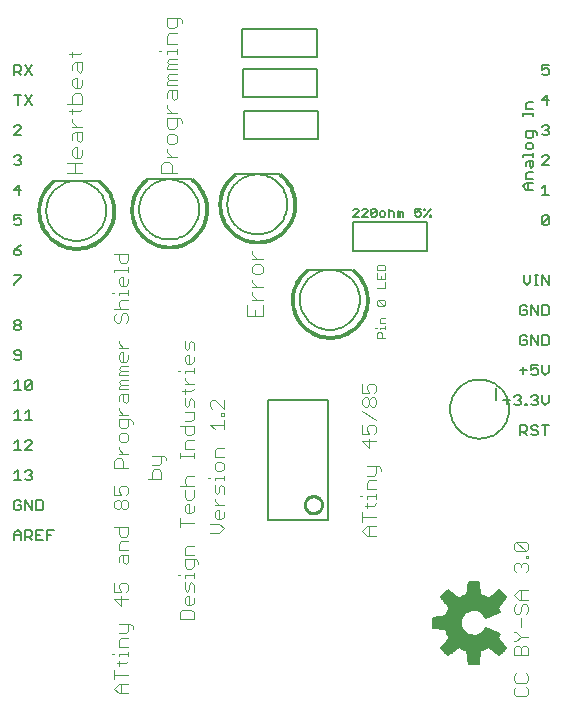
<source format=gto>
G75*
G70*
%OFA0B0*%
%FSLAX24Y24*%
%IPPOS*%
%LPD*%
%AMOC8*
5,1,8,0,0,1.08239X$1,22.5*
%
%ADD10C,0.0040*%
%ADD11C,0.0030*%
%ADD12C,0.0060*%
%ADD13C,0.0080*%
%ADD14C,0.0100*%
%ADD15C,0.0059*%
%ADD16C,0.0050*%
%ADD17C,0.0010*%
D10*
X005524Y006994D02*
X005371Y007148D01*
X005524Y007301D01*
X005831Y007301D01*
X005601Y007301D02*
X005601Y006994D01*
X005524Y006994D02*
X005831Y006994D01*
X005831Y007608D02*
X005371Y007608D01*
X005371Y007455D02*
X005371Y007762D01*
X005524Y007915D02*
X005524Y008069D01*
X005448Y007992D02*
X005754Y007992D01*
X005831Y008069D01*
X005831Y008222D02*
X005831Y008376D01*
X005831Y008299D02*
X005524Y008299D01*
X005524Y008222D01*
X005371Y008299D02*
X005294Y008299D01*
X005524Y008529D02*
X005524Y008759D01*
X005601Y008836D01*
X005831Y008836D01*
X005754Y008989D02*
X005524Y008989D01*
X005754Y008989D02*
X005831Y009066D01*
X005831Y009296D01*
X005908Y009296D02*
X005985Y009219D01*
X005985Y009143D01*
X005908Y009296D02*
X005524Y009296D01*
X005601Y009910D02*
X005371Y010140D01*
X005831Y010140D01*
X005601Y010217D02*
X005601Y009910D01*
X005601Y010370D02*
X005371Y010370D01*
X005371Y010677D01*
X005524Y010601D02*
X005601Y010677D01*
X005754Y010677D01*
X005831Y010601D01*
X005831Y010447D01*
X005754Y010370D01*
X005601Y010370D02*
X005524Y010524D01*
X005524Y010601D01*
X005754Y011291D02*
X005678Y011368D01*
X005678Y011598D01*
X005601Y011598D02*
X005831Y011598D01*
X005831Y011368D01*
X005754Y011291D01*
X005524Y011368D02*
X005524Y011521D01*
X005601Y011598D01*
X005524Y011751D02*
X005524Y011982D01*
X005601Y012058D01*
X005831Y012058D01*
X005754Y012212D02*
X005601Y012212D01*
X005524Y012289D01*
X005524Y012519D01*
X005371Y012519D02*
X005831Y012519D01*
X005831Y012289D01*
X005754Y012212D01*
X005831Y011751D02*
X005524Y011751D01*
X005524Y013133D02*
X005448Y013133D01*
X005371Y013209D01*
X005371Y013363D01*
X005448Y013439D01*
X005524Y013439D01*
X005601Y013363D01*
X005601Y013209D01*
X005524Y013133D01*
X005601Y013209D02*
X005678Y013133D01*
X005754Y013133D01*
X005831Y013209D01*
X005831Y013363D01*
X005754Y013439D01*
X005678Y013439D01*
X005601Y013363D01*
X005601Y013593D02*
X005371Y013593D01*
X005371Y013900D01*
X005524Y013823D02*
X005524Y013746D01*
X005601Y013593D01*
X005754Y013593D02*
X005831Y013670D01*
X005831Y013823D01*
X005754Y013900D01*
X005601Y013900D01*
X005524Y013823D01*
X005371Y014514D02*
X005371Y014744D01*
X005448Y014820D01*
X005601Y014820D01*
X005678Y014744D01*
X005678Y014514D01*
X005831Y014514D02*
X005371Y014514D01*
X005524Y014974D02*
X005831Y014974D01*
X005678Y014974D02*
X005524Y015127D01*
X005524Y015204D01*
X005601Y015358D02*
X005754Y015358D01*
X005831Y015434D01*
X005831Y015588D01*
X005754Y015664D01*
X005601Y015664D01*
X005524Y015588D01*
X005524Y015434D01*
X005601Y015358D01*
X005601Y015818D02*
X005754Y015818D01*
X005831Y015895D01*
X005831Y016125D01*
X005908Y016125D02*
X005524Y016125D01*
X005524Y015895D01*
X005601Y015818D01*
X005908Y016125D02*
X005985Y016048D01*
X005985Y015971D01*
X005831Y016278D02*
X005524Y016278D01*
X005524Y016432D02*
X005524Y016508D01*
X005524Y016432D02*
X005678Y016278D01*
X005754Y016662D02*
X005678Y016739D01*
X005678Y016969D01*
X005601Y016969D02*
X005831Y016969D01*
X005831Y016739D01*
X005754Y016662D01*
X005524Y016739D02*
X005524Y016892D01*
X005601Y016969D01*
X005524Y017122D02*
X005524Y017199D01*
X005601Y017276D01*
X005524Y017352D01*
X005601Y017429D01*
X005831Y017429D01*
X005831Y017276D02*
X005601Y017276D01*
X005524Y017122D02*
X005831Y017122D01*
X005831Y017583D02*
X005524Y017583D01*
X005524Y017659D01*
X005601Y017736D01*
X005524Y017813D01*
X005601Y017889D01*
X005831Y017889D01*
X005831Y017736D02*
X005601Y017736D01*
X005601Y018043D02*
X005524Y018120D01*
X005524Y018273D01*
X005601Y018350D01*
X005678Y018350D01*
X005678Y018043D01*
X005754Y018043D02*
X005601Y018043D01*
X005754Y018043D02*
X005831Y018120D01*
X005831Y018273D01*
X005831Y018503D02*
X005524Y018503D01*
X005678Y018503D02*
X005524Y018657D01*
X005524Y018733D01*
X005524Y019347D02*
X005448Y019347D01*
X005371Y019424D01*
X005371Y019577D01*
X005448Y019654D01*
X005601Y019577D02*
X005601Y019424D01*
X005524Y019347D01*
X005754Y019347D02*
X005831Y019424D01*
X005831Y019577D01*
X005754Y019654D01*
X005678Y019654D01*
X005601Y019577D01*
X005601Y019808D02*
X005524Y019884D01*
X005524Y020038D01*
X005601Y020115D01*
X005831Y020115D01*
X005831Y020268D02*
X005831Y020421D01*
X005831Y020345D02*
X005524Y020345D01*
X005524Y020268D01*
X005371Y020345D02*
X005294Y020345D01*
X005371Y019808D02*
X005831Y019808D01*
X005754Y020575D02*
X005601Y020575D01*
X005524Y020652D01*
X005524Y020805D01*
X005601Y020882D01*
X005678Y020882D01*
X005678Y020575D01*
X005754Y020575D02*
X005831Y020652D01*
X005831Y020805D01*
X005831Y021035D02*
X005831Y021189D01*
X005831Y021112D02*
X005371Y021112D01*
X005371Y021035D01*
X005601Y021342D02*
X005524Y021419D01*
X005524Y021649D01*
X005371Y021649D02*
X005831Y021649D01*
X005831Y021419D01*
X005754Y021342D01*
X005601Y021342D01*
X007714Y018743D02*
X007714Y018513D01*
X007791Y018436D01*
X007868Y018513D01*
X007868Y018666D01*
X007945Y018743D01*
X008021Y018666D01*
X008021Y018436D01*
X007868Y018282D02*
X007868Y017976D01*
X007945Y017976D02*
X007791Y017976D01*
X007714Y018052D01*
X007714Y018206D01*
X007791Y018282D01*
X007868Y018282D01*
X008021Y018206D02*
X008021Y018052D01*
X007945Y017976D01*
X008021Y017822D02*
X008021Y017669D01*
X008021Y017745D02*
X007714Y017745D01*
X007714Y017669D01*
X007714Y017515D02*
X007714Y017439D01*
X007868Y017285D01*
X008021Y017285D02*
X007714Y017285D01*
X007714Y017132D02*
X007714Y016978D01*
X007638Y017055D02*
X007945Y017055D01*
X008021Y017132D01*
X007945Y016825D02*
X007868Y016748D01*
X007868Y016595D01*
X007791Y016518D01*
X007714Y016595D01*
X007714Y016825D01*
X007945Y016825D02*
X008021Y016748D01*
X008021Y016518D01*
X008021Y016364D02*
X007714Y016364D01*
X007714Y016057D02*
X007945Y016057D01*
X008021Y016134D01*
X008021Y016364D01*
X008021Y015904D02*
X008021Y015674D01*
X007945Y015597D01*
X007791Y015597D01*
X007714Y015674D01*
X007714Y015904D01*
X007561Y015904D02*
X008021Y015904D01*
X008021Y015444D02*
X007791Y015444D01*
X007714Y015367D01*
X007714Y015137D01*
X008021Y015137D01*
X008021Y014983D02*
X008021Y014830D01*
X008021Y014907D02*
X007561Y014907D01*
X007561Y014983D02*
X007561Y014830D01*
X007093Y014835D02*
X007093Y014758D01*
X007093Y014835D02*
X007016Y014912D01*
X006633Y014912D01*
X006940Y014912D02*
X006940Y014682D01*
X006863Y014605D01*
X006633Y014605D01*
X006710Y014451D02*
X006633Y014375D01*
X006633Y014145D01*
X006479Y014145D02*
X006940Y014145D01*
X006940Y014375D01*
X006863Y014451D01*
X006710Y014451D01*
X007561Y013909D02*
X008021Y013909D01*
X008021Y013756D02*
X008021Y013526D01*
X007945Y013449D01*
X007791Y013449D01*
X007714Y013526D01*
X007714Y013756D01*
X007791Y013909D02*
X007714Y013986D01*
X007714Y014139D01*
X007791Y014216D01*
X008021Y014216D01*
X008485Y014171D02*
X008561Y014171D01*
X008715Y014171D02*
X009022Y014171D01*
X009022Y014095D02*
X009022Y014248D01*
X008945Y014402D02*
X008792Y014402D01*
X008715Y014478D01*
X008715Y014632D01*
X008792Y014708D01*
X008945Y014708D01*
X009022Y014632D01*
X009022Y014478D01*
X008945Y014402D01*
X008715Y014171D02*
X008715Y014095D01*
X008715Y013941D02*
X008715Y013711D01*
X008792Y013634D01*
X008868Y013711D01*
X008868Y013864D01*
X008945Y013941D01*
X009022Y013864D01*
X009022Y013634D01*
X008715Y013481D02*
X008715Y013404D01*
X008868Y013251D01*
X008715Y013251D02*
X009022Y013251D01*
X008868Y013097D02*
X008792Y013097D01*
X008715Y013021D01*
X008715Y012867D01*
X008792Y012790D01*
X008945Y012790D01*
X009022Y012867D01*
X009022Y013021D01*
X008868Y013097D02*
X008868Y012790D01*
X008868Y012637D02*
X008561Y012637D01*
X008561Y012330D02*
X008868Y012330D01*
X009022Y012483D01*
X008868Y012637D01*
X008021Y012682D02*
X007561Y012682D01*
X007561Y012835D02*
X007561Y012528D01*
X007791Y012988D02*
X007714Y013065D01*
X007714Y013219D01*
X007791Y013295D01*
X007868Y013295D01*
X007868Y012988D01*
X007945Y012988D02*
X007791Y012988D01*
X007945Y012988D02*
X008021Y013065D01*
X008021Y013219D01*
X008021Y011914D02*
X007791Y011914D01*
X007714Y011838D01*
X007714Y011607D01*
X008021Y011607D01*
X008021Y011454D02*
X008021Y011224D01*
X007945Y011147D01*
X007791Y011147D01*
X007714Y011224D01*
X007714Y011454D01*
X008098Y011454D01*
X008175Y011377D01*
X008175Y011300D01*
X008021Y010994D02*
X008021Y010840D01*
X008021Y010917D02*
X007714Y010917D01*
X007714Y010840D01*
X007714Y010687D02*
X007714Y010456D01*
X007791Y010380D01*
X007868Y010456D01*
X007868Y010610D01*
X007945Y010687D01*
X008021Y010610D01*
X008021Y010380D01*
X007868Y010226D02*
X007868Y009919D01*
X007945Y009919D02*
X007791Y009919D01*
X007714Y009996D01*
X007714Y010150D01*
X007791Y010226D01*
X007868Y010226D01*
X008021Y010150D02*
X008021Y009996D01*
X007945Y009919D01*
X007945Y009766D02*
X007638Y009766D01*
X007561Y009689D01*
X007561Y009459D01*
X008021Y009459D01*
X008021Y009689D01*
X007945Y009766D01*
X007561Y010917D02*
X007484Y010917D01*
X005831Y008529D02*
X005524Y008529D01*
X008715Y014862D02*
X008715Y015092D01*
X008792Y015169D01*
X009022Y015169D01*
X009022Y014862D02*
X008715Y014862D01*
X008715Y015783D02*
X008561Y015936D01*
X009022Y015936D01*
X009022Y015783D02*
X009022Y016090D01*
X009022Y016243D02*
X009022Y016320D01*
X008945Y016320D01*
X008945Y016243D01*
X009022Y016243D01*
X009022Y016473D02*
X008715Y016780D01*
X008638Y016780D01*
X008561Y016703D01*
X008561Y016550D01*
X008638Y016473D01*
X009022Y016473D02*
X009022Y016780D01*
X007561Y017745D02*
X007484Y017745D01*
X009792Y019576D02*
X010312Y019576D01*
X010312Y019923D01*
X010312Y020092D02*
X009965Y020092D01*
X009965Y020266D02*
X009965Y020352D01*
X009965Y020266D02*
X010139Y020092D01*
X009792Y019923D02*
X009792Y019576D01*
X010052Y019576D02*
X010052Y019750D01*
X010139Y020522D02*
X009965Y020695D01*
X009965Y020782D01*
X010052Y020951D02*
X010225Y020951D01*
X010312Y021038D01*
X010312Y021212D01*
X010225Y021298D01*
X010052Y021298D01*
X009965Y021212D01*
X009965Y021038D01*
X010052Y020951D01*
X009965Y020522D02*
X010312Y020522D01*
X010312Y021467D02*
X009965Y021467D01*
X010139Y021467D02*
X009965Y021641D01*
X009965Y021727D01*
X007460Y024348D02*
X006940Y024348D01*
X006940Y024608D01*
X007026Y024695D01*
X007200Y024695D01*
X007287Y024608D01*
X007287Y024348D01*
X007287Y024864D02*
X007113Y025037D01*
X007113Y025124D01*
X007200Y025293D02*
X007373Y025293D01*
X007460Y025380D01*
X007460Y025554D01*
X007373Y025640D01*
X007200Y025640D01*
X007113Y025554D01*
X007113Y025380D01*
X007200Y025293D01*
X007113Y024864D02*
X007460Y024864D01*
X007373Y025809D02*
X007200Y025809D01*
X007113Y025896D01*
X007113Y026156D01*
X007547Y026156D01*
X007633Y026069D01*
X007633Y025983D01*
X007460Y025896D02*
X007460Y026156D01*
X007460Y026325D02*
X007113Y026325D01*
X007113Y026498D02*
X007287Y026325D01*
X007113Y026498D02*
X007113Y026585D01*
X007113Y026841D02*
X007113Y027015D01*
X007200Y027101D01*
X007460Y027101D01*
X007460Y026841D01*
X007373Y026754D01*
X007287Y026841D01*
X007287Y027101D01*
X007460Y027270D02*
X007113Y027270D01*
X007113Y027357D01*
X007200Y027444D01*
X007113Y027530D01*
X007200Y027617D01*
X007460Y027617D01*
X007460Y027786D02*
X007113Y027786D01*
X007113Y027872D01*
X007200Y027959D01*
X007113Y028046D01*
X007200Y028133D01*
X007460Y028133D01*
X007460Y028301D02*
X007460Y028475D01*
X007460Y028388D02*
X007113Y028388D01*
X007113Y028301D01*
X006940Y028388D02*
X006853Y028388D01*
X007113Y028645D02*
X007113Y028905D01*
X007200Y028992D01*
X007460Y028992D01*
X007373Y029161D02*
X007200Y029161D01*
X007113Y029247D01*
X007113Y029508D01*
X007547Y029508D01*
X007633Y029421D01*
X007633Y029334D01*
X007460Y029247D02*
X007460Y029508D01*
X007460Y029247D02*
X007373Y029161D01*
X007460Y028645D02*
X007113Y028645D01*
X007200Y027959D02*
X007460Y027959D01*
X007460Y027444D02*
X007200Y027444D01*
X007460Y025896D02*
X007373Y025809D01*
X004306Y025876D02*
X003959Y025876D01*
X003959Y026049D02*
X003959Y026136D01*
X003959Y026049D02*
X004133Y025876D01*
X004133Y025707D02*
X004133Y025447D01*
X004219Y025360D01*
X004306Y025447D01*
X004306Y025707D01*
X004046Y025707D01*
X003959Y025621D01*
X003959Y025447D01*
X004046Y025192D02*
X003959Y025105D01*
X003959Y024931D01*
X004046Y024845D01*
X004219Y024845D01*
X004306Y024931D01*
X004306Y025105D01*
X004133Y025192D02*
X004133Y024845D01*
X004046Y024676D02*
X004046Y024329D01*
X004306Y024329D02*
X003786Y024329D01*
X003786Y024676D02*
X004306Y024676D01*
X004133Y025192D02*
X004046Y025192D01*
X003959Y026306D02*
X003959Y026479D01*
X003872Y026392D02*
X004219Y026392D01*
X004306Y026479D01*
X004306Y026649D02*
X004306Y026910D01*
X004219Y026996D01*
X004046Y026996D01*
X003959Y026910D01*
X003959Y026649D01*
X003786Y026649D02*
X004306Y026649D01*
X004219Y027165D02*
X004046Y027165D01*
X003959Y027252D01*
X003959Y027425D01*
X004046Y027512D01*
X004133Y027512D01*
X004133Y027165D01*
X004219Y027165D02*
X004306Y027252D01*
X004306Y027425D01*
X004219Y027681D02*
X004133Y027767D01*
X004133Y028028D01*
X004046Y028028D02*
X004306Y028028D01*
X004306Y027767D01*
X004219Y027681D01*
X003959Y027941D02*
X004046Y028028D01*
X003959Y027941D02*
X003959Y027767D01*
X003959Y028196D02*
X003959Y028370D01*
X003872Y028283D02*
X004219Y028283D01*
X004306Y028370D01*
X013645Y017313D02*
X013645Y017006D01*
X013875Y017006D01*
X013798Y017159D01*
X013798Y017236D01*
X013875Y017313D01*
X014029Y017313D01*
X014105Y017236D01*
X014105Y017082D01*
X014029Y017006D01*
X014029Y016852D02*
X014105Y016776D01*
X014105Y016622D01*
X014029Y016545D01*
X013952Y016545D01*
X013875Y016622D01*
X013875Y016776D01*
X013952Y016852D01*
X014029Y016852D01*
X013875Y016776D02*
X013798Y016852D01*
X013722Y016852D01*
X013645Y016776D01*
X013645Y016622D01*
X013722Y016545D01*
X013798Y016545D01*
X013875Y016622D01*
X013645Y016392D02*
X014105Y016085D01*
X014029Y015932D02*
X014105Y015855D01*
X014105Y015701D01*
X014029Y015625D01*
X013875Y015625D02*
X013798Y015778D01*
X013798Y015855D01*
X013875Y015932D01*
X014029Y015932D01*
X013875Y015625D02*
X013645Y015625D01*
X013645Y015932D01*
X013875Y015471D02*
X013875Y015164D01*
X013645Y015394D01*
X014105Y015394D01*
X014105Y014550D02*
X014105Y014320D01*
X014029Y014244D01*
X013798Y014244D01*
X013875Y014090D02*
X014105Y014090D01*
X013875Y014090D02*
X013798Y014013D01*
X013798Y013783D01*
X014105Y013783D01*
X014105Y013630D02*
X014105Y013476D01*
X014105Y013553D02*
X013798Y013553D01*
X013798Y013476D01*
X013798Y013323D02*
X013798Y013169D01*
X013722Y013246D02*
X014029Y013246D01*
X014105Y013323D01*
X014105Y012863D02*
X013645Y012863D01*
X013645Y013016D02*
X013645Y012709D01*
X013798Y012556D02*
X013645Y012402D01*
X013798Y012249D01*
X014105Y012249D01*
X013875Y012249D02*
X013875Y012556D01*
X013798Y012556D02*
X014105Y012556D01*
X013645Y013553D02*
X013568Y013553D01*
X013798Y014550D02*
X014182Y014550D01*
X014259Y014474D01*
X014259Y014397D01*
X018701Y011950D02*
X018778Y012027D01*
X019085Y011720D01*
X019162Y011797D01*
X019162Y011950D01*
X019085Y012027D01*
X018778Y012027D01*
X018701Y011950D02*
X018701Y011797D01*
X018778Y011720D01*
X019085Y011720D01*
X019085Y011566D02*
X019162Y011566D01*
X019162Y011490D01*
X019085Y011490D01*
X019085Y011566D01*
X019085Y011336D02*
X019162Y011259D01*
X019162Y011106D01*
X019085Y011029D01*
X018931Y011183D02*
X018931Y011259D01*
X019008Y011336D01*
X019085Y011336D01*
X018931Y011259D02*
X018855Y011336D01*
X018778Y011336D01*
X018701Y011259D01*
X018701Y011106D01*
X018778Y011029D01*
X018855Y010416D02*
X018701Y010262D01*
X018855Y010109D01*
X019162Y010109D01*
X019085Y009955D02*
X019162Y009878D01*
X019162Y009725D01*
X019085Y009648D01*
X018931Y009725D02*
X018931Y009878D01*
X019008Y009955D01*
X019085Y009955D01*
X018931Y010109D02*
X018931Y010416D01*
X018855Y010416D02*
X019162Y010416D01*
X018778Y009955D02*
X018701Y009878D01*
X018701Y009725D01*
X018778Y009648D01*
X018855Y009648D01*
X018931Y009725D01*
X018931Y009495D02*
X018931Y009188D01*
X018778Y009034D02*
X018701Y009034D01*
X018778Y009034D02*
X018931Y008881D01*
X019162Y008881D01*
X018931Y008881D02*
X018778Y008728D01*
X018701Y008728D01*
X018778Y008574D02*
X018701Y008497D01*
X018701Y008267D01*
X019162Y008267D01*
X019162Y008497D01*
X019085Y008574D01*
X019008Y008574D01*
X018931Y008497D01*
X018931Y008267D01*
X018931Y008497D02*
X018855Y008574D01*
X018778Y008574D01*
X018778Y007653D02*
X018701Y007577D01*
X018701Y007423D01*
X018778Y007346D01*
X019085Y007346D01*
X019162Y007423D01*
X019162Y007577D01*
X019085Y007653D01*
X019085Y007193D02*
X019162Y007116D01*
X019162Y006963D01*
X019085Y006886D01*
X018778Y006886D01*
X018701Y006963D01*
X018701Y007116D01*
X018778Y007193D01*
D11*
X014408Y018825D02*
X014117Y018825D01*
X014117Y018970D01*
X014166Y019019D01*
X014263Y019019D01*
X014311Y018970D01*
X014311Y018825D01*
X014214Y019120D02*
X014214Y019168D01*
X014408Y019168D01*
X014408Y019120D02*
X014408Y019216D01*
X014408Y019316D02*
X014214Y019316D01*
X014214Y019461D01*
X014263Y019510D01*
X014408Y019510D01*
X014359Y019905D02*
X014166Y019905D01*
X014117Y019954D01*
X014117Y020051D01*
X014166Y020099D01*
X014359Y019905D01*
X014408Y019954D01*
X014408Y020051D01*
X014359Y020099D01*
X014166Y020099D01*
X014117Y020495D02*
X014408Y020495D01*
X014408Y020688D01*
X014408Y020789D02*
X014408Y020983D01*
X014408Y021084D02*
X014408Y021229D01*
X014359Y021277D01*
X014166Y021277D01*
X014117Y021229D01*
X014117Y021084D01*
X014408Y021084D01*
X014263Y020886D02*
X014263Y020789D01*
X014408Y020789D02*
X014117Y020789D01*
X014117Y020983D01*
X014069Y019168D02*
X014117Y019168D01*
D12*
X011556Y020104D02*
X011558Y020167D01*
X011564Y020229D01*
X011574Y020291D01*
X011587Y020353D01*
X011605Y020413D01*
X011626Y020472D01*
X011651Y020530D01*
X011680Y020586D01*
X011712Y020640D01*
X011747Y020692D01*
X011785Y020741D01*
X011827Y020789D01*
X011871Y020833D01*
X011919Y020875D01*
X011968Y020913D01*
X012020Y020948D01*
X012074Y020980D01*
X012130Y021009D01*
X012188Y021034D01*
X012247Y021055D01*
X012307Y021073D01*
X012369Y021086D01*
X012431Y021096D01*
X012493Y021102D01*
X012556Y021104D01*
X012619Y021102D01*
X012681Y021096D01*
X012743Y021086D01*
X012805Y021073D01*
X012865Y021055D01*
X012924Y021034D01*
X012982Y021009D01*
X013038Y020980D01*
X013092Y020948D01*
X013144Y020913D01*
X013193Y020875D01*
X013241Y020833D01*
X013285Y020789D01*
X013327Y020741D01*
X013365Y020692D01*
X013400Y020640D01*
X013432Y020586D01*
X013461Y020530D01*
X013486Y020472D01*
X013507Y020413D01*
X013525Y020353D01*
X013538Y020291D01*
X013548Y020229D01*
X013554Y020167D01*
X013556Y020104D01*
X013554Y020041D01*
X013548Y019979D01*
X013538Y019917D01*
X013525Y019855D01*
X013507Y019795D01*
X013486Y019736D01*
X013461Y019678D01*
X013432Y019622D01*
X013400Y019568D01*
X013365Y019516D01*
X013327Y019467D01*
X013285Y019419D01*
X013241Y019375D01*
X013193Y019333D01*
X013144Y019295D01*
X013092Y019260D01*
X013038Y019228D01*
X012982Y019199D01*
X012924Y019174D01*
X012865Y019153D01*
X012805Y019135D01*
X012743Y019122D01*
X012681Y019112D01*
X012619Y019106D01*
X012556Y019104D01*
X012493Y019106D01*
X012431Y019112D01*
X012369Y019122D01*
X012307Y019135D01*
X012247Y019153D01*
X012188Y019174D01*
X012130Y019199D01*
X012074Y019228D01*
X012020Y019260D01*
X011968Y019295D01*
X011919Y019333D01*
X011871Y019375D01*
X011827Y019419D01*
X011785Y019467D01*
X011747Y019516D01*
X011712Y019568D01*
X011680Y019622D01*
X011651Y019678D01*
X011626Y019736D01*
X011605Y019795D01*
X011587Y019855D01*
X011574Y019917D01*
X011564Y019979D01*
X011558Y020041D01*
X011556Y020104D01*
X009138Y023285D02*
X009140Y023348D01*
X009146Y023410D01*
X009156Y023472D01*
X009169Y023534D01*
X009187Y023594D01*
X009208Y023653D01*
X009233Y023711D01*
X009262Y023767D01*
X009294Y023821D01*
X009329Y023873D01*
X009367Y023922D01*
X009409Y023970D01*
X009453Y024014D01*
X009501Y024056D01*
X009550Y024094D01*
X009602Y024129D01*
X009656Y024161D01*
X009712Y024190D01*
X009770Y024215D01*
X009829Y024236D01*
X009889Y024254D01*
X009951Y024267D01*
X010013Y024277D01*
X010075Y024283D01*
X010138Y024285D01*
X010201Y024283D01*
X010263Y024277D01*
X010325Y024267D01*
X010387Y024254D01*
X010447Y024236D01*
X010506Y024215D01*
X010564Y024190D01*
X010620Y024161D01*
X010674Y024129D01*
X010726Y024094D01*
X010775Y024056D01*
X010823Y024014D01*
X010867Y023970D01*
X010909Y023922D01*
X010947Y023873D01*
X010982Y023821D01*
X011014Y023767D01*
X011043Y023711D01*
X011068Y023653D01*
X011089Y023594D01*
X011107Y023534D01*
X011120Y023472D01*
X011130Y023410D01*
X011136Y023348D01*
X011138Y023285D01*
X011136Y023222D01*
X011130Y023160D01*
X011120Y023098D01*
X011107Y023036D01*
X011089Y022976D01*
X011068Y022917D01*
X011043Y022859D01*
X011014Y022803D01*
X010982Y022749D01*
X010947Y022697D01*
X010909Y022648D01*
X010867Y022600D01*
X010823Y022556D01*
X010775Y022514D01*
X010726Y022476D01*
X010674Y022441D01*
X010620Y022409D01*
X010564Y022380D01*
X010506Y022355D01*
X010447Y022334D01*
X010387Y022316D01*
X010325Y022303D01*
X010263Y022293D01*
X010201Y022287D01*
X010138Y022285D01*
X010075Y022287D01*
X010013Y022293D01*
X009951Y022303D01*
X009889Y022316D01*
X009829Y022334D01*
X009770Y022355D01*
X009712Y022380D01*
X009656Y022409D01*
X009602Y022441D01*
X009550Y022476D01*
X009501Y022514D01*
X009453Y022556D01*
X009409Y022600D01*
X009367Y022648D01*
X009329Y022697D01*
X009294Y022749D01*
X009262Y022803D01*
X009233Y022859D01*
X009208Y022917D01*
X009187Y022976D01*
X009169Y023036D01*
X009156Y023098D01*
X009146Y023160D01*
X009140Y023222D01*
X009138Y023285D01*
X006200Y023118D02*
X006202Y023181D01*
X006208Y023243D01*
X006218Y023305D01*
X006231Y023367D01*
X006249Y023427D01*
X006270Y023486D01*
X006295Y023544D01*
X006324Y023600D01*
X006356Y023654D01*
X006391Y023706D01*
X006429Y023755D01*
X006471Y023803D01*
X006515Y023847D01*
X006563Y023889D01*
X006612Y023927D01*
X006664Y023962D01*
X006718Y023994D01*
X006774Y024023D01*
X006832Y024048D01*
X006891Y024069D01*
X006951Y024087D01*
X007013Y024100D01*
X007075Y024110D01*
X007137Y024116D01*
X007200Y024118D01*
X007263Y024116D01*
X007325Y024110D01*
X007387Y024100D01*
X007449Y024087D01*
X007509Y024069D01*
X007568Y024048D01*
X007626Y024023D01*
X007682Y023994D01*
X007736Y023962D01*
X007788Y023927D01*
X007837Y023889D01*
X007885Y023847D01*
X007929Y023803D01*
X007971Y023755D01*
X008009Y023706D01*
X008044Y023654D01*
X008076Y023600D01*
X008105Y023544D01*
X008130Y023486D01*
X008151Y023427D01*
X008169Y023367D01*
X008182Y023305D01*
X008192Y023243D01*
X008198Y023181D01*
X008200Y023118D01*
X008198Y023055D01*
X008192Y022993D01*
X008182Y022931D01*
X008169Y022869D01*
X008151Y022809D01*
X008130Y022750D01*
X008105Y022692D01*
X008076Y022636D01*
X008044Y022582D01*
X008009Y022530D01*
X007971Y022481D01*
X007929Y022433D01*
X007885Y022389D01*
X007837Y022347D01*
X007788Y022309D01*
X007736Y022274D01*
X007682Y022242D01*
X007626Y022213D01*
X007568Y022188D01*
X007509Y022167D01*
X007449Y022149D01*
X007387Y022136D01*
X007325Y022126D01*
X007263Y022120D01*
X007200Y022118D01*
X007137Y022120D01*
X007075Y022126D01*
X007013Y022136D01*
X006951Y022149D01*
X006891Y022167D01*
X006832Y022188D01*
X006774Y022213D01*
X006718Y022242D01*
X006664Y022274D01*
X006612Y022309D01*
X006563Y022347D01*
X006515Y022389D01*
X006471Y022433D01*
X006429Y022481D01*
X006391Y022530D01*
X006356Y022582D01*
X006324Y022636D01*
X006295Y022692D01*
X006270Y022750D01*
X006249Y022809D01*
X006231Y022869D01*
X006218Y022931D01*
X006208Y022993D01*
X006202Y023055D01*
X006200Y023118D01*
X003104Y023071D02*
X003106Y023134D01*
X003112Y023196D01*
X003122Y023258D01*
X003135Y023320D01*
X003153Y023380D01*
X003174Y023439D01*
X003199Y023497D01*
X003228Y023553D01*
X003260Y023607D01*
X003295Y023659D01*
X003333Y023708D01*
X003375Y023756D01*
X003419Y023800D01*
X003467Y023842D01*
X003516Y023880D01*
X003568Y023915D01*
X003622Y023947D01*
X003678Y023976D01*
X003736Y024001D01*
X003795Y024022D01*
X003855Y024040D01*
X003917Y024053D01*
X003979Y024063D01*
X004041Y024069D01*
X004104Y024071D01*
X004167Y024069D01*
X004229Y024063D01*
X004291Y024053D01*
X004353Y024040D01*
X004413Y024022D01*
X004472Y024001D01*
X004530Y023976D01*
X004586Y023947D01*
X004640Y023915D01*
X004692Y023880D01*
X004741Y023842D01*
X004789Y023800D01*
X004833Y023756D01*
X004875Y023708D01*
X004913Y023659D01*
X004948Y023607D01*
X004980Y023553D01*
X005009Y023497D01*
X005034Y023439D01*
X005055Y023380D01*
X005073Y023320D01*
X005086Y023258D01*
X005096Y023196D01*
X005102Y023134D01*
X005104Y023071D01*
X005102Y023008D01*
X005096Y022946D01*
X005086Y022884D01*
X005073Y022822D01*
X005055Y022762D01*
X005034Y022703D01*
X005009Y022645D01*
X004980Y022589D01*
X004948Y022535D01*
X004913Y022483D01*
X004875Y022434D01*
X004833Y022386D01*
X004789Y022342D01*
X004741Y022300D01*
X004692Y022262D01*
X004640Y022227D01*
X004586Y022195D01*
X004530Y022166D01*
X004472Y022141D01*
X004413Y022120D01*
X004353Y022102D01*
X004291Y022089D01*
X004229Y022079D01*
X004167Y022073D01*
X004104Y022071D01*
X004041Y022073D01*
X003979Y022079D01*
X003917Y022089D01*
X003855Y022102D01*
X003795Y022120D01*
X003736Y022141D01*
X003678Y022166D01*
X003622Y022195D01*
X003568Y022227D01*
X003516Y022262D01*
X003467Y022300D01*
X003419Y022342D01*
X003375Y022386D01*
X003333Y022434D01*
X003295Y022483D01*
X003260Y022535D01*
X003228Y022589D01*
X003199Y022645D01*
X003174Y022703D01*
X003153Y022762D01*
X003135Y022822D01*
X003122Y022884D01*
X003112Y022946D01*
X003106Y023008D01*
X003104Y023071D01*
X002266Y022930D02*
X002039Y022930D01*
X002039Y022760D01*
X002152Y022817D01*
X002209Y022817D01*
X002266Y022760D01*
X002266Y022647D01*
X002209Y022590D01*
X002096Y022590D01*
X002039Y022647D01*
X002266Y021930D02*
X002152Y021873D01*
X002039Y021760D01*
X002209Y021760D01*
X002266Y021703D01*
X002266Y021647D01*
X002209Y021590D01*
X002096Y021590D01*
X002039Y021647D01*
X002039Y021760D01*
X002039Y020930D02*
X002266Y020930D01*
X002266Y020873D01*
X002039Y020647D01*
X002039Y020590D01*
X002096Y019430D02*
X002209Y019430D01*
X002266Y019373D01*
X002266Y019317D01*
X002209Y019260D01*
X002096Y019260D01*
X002039Y019317D01*
X002039Y019373D01*
X002096Y019430D01*
X002096Y019260D02*
X002039Y019203D01*
X002039Y019147D01*
X002096Y019090D01*
X002209Y019090D01*
X002266Y019147D01*
X002266Y019203D01*
X002209Y019260D01*
X002209Y018430D02*
X002096Y018430D01*
X002039Y018373D01*
X002039Y018317D01*
X002096Y018260D01*
X002266Y018260D01*
X002266Y018147D02*
X002266Y018373D01*
X002209Y018430D01*
X002266Y018147D02*
X002209Y018090D01*
X002096Y018090D01*
X002039Y018147D01*
X002152Y017430D02*
X002152Y017090D01*
X002039Y017090D02*
X002266Y017090D01*
X002407Y017147D02*
X002634Y017373D01*
X002634Y017147D01*
X002577Y017090D01*
X002464Y017090D01*
X002407Y017147D01*
X002407Y017373D01*
X002464Y017430D01*
X002577Y017430D01*
X002634Y017373D01*
X002152Y017430D02*
X002039Y017317D01*
X002152Y016430D02*
X002152Y016090D01*
X002039Y016090D02*
X002266Y016090D01*
X002407Y016090D02*
X002634Y016090D01*
X002521Y016090D02*
X002521Y016430D01*
X002407Y016317D01*
X002152Y016430D02*
X002039Y016317D01*
X002152Y015430D02*
X002152Y015090D01*
X002039Y015090D02*
X002266Y015090D01*
X002407Y015090D02*
X002634Y015317D01*
X002634Y015373D01*
X002577Y015430D01*
X002464Y015430D01*
X002407Y015373D01*
X002152Y015430D02*
X002039Y015317D01*
X002407Y015090D02*
X002634Y015090D01*
X002577Y014430D02*
X002634Y014373D01*
X002634Y014317D01*
X002577Y014260D01*
X002634Y014203D01*
X002634Y014147D01*
X002577Y014090D01*
X002464Y014090D01*
X002407Y014147D01*
X002266Y014090D02*
X002039Y014090D01*
X002152Y014090D02*
X002152Y014430D01*
X002039Y014317D01*
X002407Y014373D02*
X002464Y014430D01*
X002577Y014430D01*
X002577Y014260D02*
X002521Y014260D01*
X002634Y013430D02*
X002634Y013090D01*
X002407Y013430D01*
X002407Y013090D01*
X002266Y013147D02*
X002266Y013260D01*
X002152Y013260D01*
X002039Y013373D02*
X002039Y013147D01*
X002096Y013090D01*
X002209Y013090D01*
X002266Y013147D01*
X002266Y013373D02*
X002209Y013430D01*
X002096Y013430D01*
X002039Y013373D01*
X002775Y013430D02*
X002775Y013090D01*
X002946Y013090D01*
X003002Y013147D01*
X003002Y013373D01*
X002946Y013430D01*
X002775Y013430D01*
X002775Y012430D02*
X002775Y012090D01*
X003002Y012090D01*
X003144Y012090D02*
X003144Y012430D01*
X003371Y012430D01*
X003257Y012260D02*
X003144Y012260D01*
X003002Y012430D02*
X002775Y012430D01*
X002634Y012373D02*
X002634Y012260D01*
X002577Y012203D01*
X002407Y012203D01*
X002407Y012090D02*
X002407Y012430D01*
X002577Y012430D01*
X002634Y012373D01*
X002775Y012260D02*
X002889Y012260D01*
X002634Y012090D02*
X002521Y012203D01*
X002266Y012260D02*
X002039Y012260D01*
X002039Y012317D02*
X002039Y012090D01*
X002266Y012090D02*
X002266Y012317D01*
X002152Y012430D01*
X002039Y012317D01*
X002209Y023590D02*
X002209Y023930D01*
X002039Y023760D01*
X002266Y023760D01*
X002209Y024590D02*
X002096Y024590D01*
X002039Y024647D01*
X002152Y024760D02*
X002209Y024760D01*
X002266Y024703D01*
X002266Y024647D01*
X002209Y024590D01*
X002209Y024760D02*
X002266Y024817D01*
X002266Y024873D01*
X002209Y024930D01*
X002096Y024930D01*
X002039Y024873D01*
X002039Y025590D02*
X002266Y025817D01*
X002266Y025873D01*
X002209Y025930D01*
X002096Y025930D01*
X002039Y025873D01*
X002039Y025590D02*
X002266Y025590D01*
X002152Y026590D02*
X002152Y026930D01*
X002039Y026930D02*
X002266Y026930D01*
X002407Y026930D02*
X002634Y026590D01*
X002407Y026590D02*
X002634Y026930D01*
X002634Y027590D02*
X002407Y027930D01*
X002266Y027873D02*
X002266Y027760D01*
X002209Y027703D01*
X002039Y027703D01*
X002039Y027590D02*
X002039Y027930D01*
X002209Y027930D01*
X002266Y027873D01*
X002152Y027703D02*
X002266Y027590D01*
X002407Y027590D02*
X002634Y027930D01*
X018336Y016760D02*
X018563Y016760D01*
X018450Y016873D02*
X018450Y016647D01*
X018705Y016647D02*
X018761Y016590D01*
X018875Y016590D01*
X018932Y016647D01*
X018932Y016703D01*
X018875Y016760D01*
X018818Y016760D01*
X018875Y016760D02*
X018932Y016817D01*
X018932Y016873D01*
X018875Y016930D01*
X018761Y016930D01*
X018705Y016873D01*
X019073Y016647D02*
X019130Y016647D01*
X019130Y016590D01*
X019073Y016590D01*
X019073Y016647D01*
X019257Y016647D02*
X019314Y016590D01*
X019427Y016590D01*
X019484Y016647D01*
X019484Y016703D01*
X019427Y016760D01*
X019371Y016760D01*
X019427Y016760D02*
X019484Y016817D01*
X019484Y016873D01*
X019427Y016930D01*
X019314Y016930D01*
X019257Y016873D01*
X019625Y016930D02*
X019625Y016703D01*
X019739Y016590D01*
X019852Y016703D01*
X019852Y016930D01*
X019739Y017590D02*
X019852Y017703D01*
X019852Y017930D01*
X019626Y017930D02*
X019626Y017703D01*
X019739Y017590D01*
X019484Y017647D02*
X019484Y017760D01*
X019427Y017817D01*
X019371Y017817D01*
X019257Y017760D01*
X019257Y017930D01*
X019484Y017930D01*
X019484Y017647D02*
X019427Y017590D01*
X019314Y017590D01*
X019257Y017647D01*
X019116Y017760D02*
X018889Y017760D01*
X019002Y017873D02*
X019002Y017647D01*
X018946Y018590D02*
X019059Y018590D01*
X019116Y018647D01*
X019116Y018760D01*
X019002Y018760D01*
X018889Y018873D02*
X018946Y018930D01*
X019059Y018930D01*
X019116Y018873D01*
X019257Y018930D02*
X019484Y018590D01*
X019484Y018930D01*
X019626Y018930D02*
X019796Y018930D01*
X019852Y018873D01*
X019852Y018647D01*
X019796Y018590D01*
X019626Y018590D01*
X019626Y018930D01*
X019257Y018930D02*
X019257Y018590D01*
X018946Y018590D02*
X018889Y018647D01*
X018889Y018873D01*
X018946Y019590D02*
X019059Y019590D01*
X019116Y019647D01*
X019116Y019760D01*
X019002Y019760D01*
X018889Y019873D02*
X018889Y019647D01*
X018946Y019590D01*
X018889Y019873D02*
X018946Y019930D01*
X019059Y019930D01*
X019116Y019873D01*
X019257Y019930D02*
X019257Y019590D01*
X019484Y019590D02*
X019257Y019930D01*
X019484Y019930D02*
X019484Y019590D01*
X019626Y019590D02*
X019796Y019590D01*
X019852Y019647D01*
X019852Y019873D01*
X019796Y019930D01*
X019626Y019930D01*
X019626Y019590D01*
X019625Y020590D02*
X019625Y020930D01*
X019852Y020590D01*
X019852Y020930D01*
X019493Y020930D02*
X019380Y020930D01*
X019437Y020930D02*
X019437Y020590D01*
X019493Y020590D02*
X019380Y020590D01*
X019239Y020703D02*
X019239Y020930D01*
X019239Y020703D02*
X019125Y020590D01*
X019012Y020703D01*
X019012Y020930D01*
X019682Y022590D02*
X019626Y022647D01*
X019852Y022873D01*
X019852Y022647D01*
X019796Y022590D01*
X019682Y022590D01*
X019626Y022647D02*
X019626Y022873D01*
X019682Y022930D01*
X019796Y022930D01*
X019852Y022873D01*
X019852Y023590D02*
X019626Y023590D01*
X019739Y023590D02*
X019739Y023930D01*
X019626Y023817D01*
X019334Y023771D02*
X019107Y023771D01*
X018994Y023884D01*
X019107Y023997D01*
X019334Y023997D01*
X019334Y024139D02*
X019107Y024139D01*
X019107Y024309D01*
X019164Y024366D01*
X019334Y024366D01*
X019277Y024507D02*
X019220Y024564D01*
X019220Y024734D01*
X019164Y024734D02*
X019334Y024734D01*
X019334Y024564D01*
X019277Y024507D01*
X019107Y024564D02*
X019107Y024677D01*
X019164Y024734D01*
X019334Y024876D02*
X019334Y024989D01*
X019334Y024932D02*
X018994Y024932D01*
X018994Y024876D01*
X019164Y025121D02*
X019107Y025178D01*
X019107Y025291D01*
X019164Y025348D01*
X019277Y025348D01*
X019334Y025291D01*
X019334Y025178D01*
X019277Y025121D01*
X019164Y025121D01*
X019164Y025489D02*
X019277Y025489D01*
X019334Y025546D01*
X019334Y025716D01*
X019391Y025716D02*
X019107Y025716D01*
X019107Y025546D01*
X019164Y025489D01*
X019391Y025716D02*
X019447Y025659D01*
X019447Y025603D01*
X019626Y025647D02*
X019682Y025590D01*
X019796Y025590D01*
X019852Y025647D01*
X019852Y025703D01*
X019796Y025760D01*
X019739Y025760D01*
X019796Y025760D02*
X019852Y025817D01*
X019852Y025873D01*
X019796Y025930D01*
X019682Y025930D01*
X019626Y025873D01*
X019334Y026226D02*
X019334Y026339D01*
X019334Y026283D02*
X018994Y026283D01*
X018994Y026339D02*
X018994Y026226D01*
X019107Y026471D02*
X019107Y026642D01*
X019164Y026698D01*
X019334Y026698D01*
X019334Y026471D02*
X019107Y026471D01*
X019626Y026760D02*
X019852Y026760D01*
X019796Y026930D02*
X019626Y026760D01*
X019796Y026590D02*
X019796Y026930D01*
X019796Y027590D02*
X019682Y027590D01*
X019626Y027647D01*
X019626Y027760D02*
X019739Y027817D01*
X019796Y027817D01*
X019852Y027760D01*
X019852Y027647D01*
X019796Y027590D01*
X019626Y027760D02*
X019626Y027930D01*
X019852Y027930D01*
X019796Y024930D02*
X019682Y024930D01*
X019626Y024873D01*
X019796Y024930D02*
X019852Y024873D01*
X019852Y024817D01*
X019626Y024590D01*
X019852Y024590D01*
X019164Y023997D02*
X019164Y023771D01*
X019059Y015930D02*
X018889Y015930D01*
X018889Y015590D01*
X018889Y015703D02*
X019059Y015703D01*
X019116Y015760D01*
X019116Y015873D01*
X019059Y015930D01*
X019257Y015873D02*
X019257Y015817D01*
X019314Y015760D01*
X019427Y015760D01*
X019484Y015703D01*
X019484Y015647D01*
X019427Y015590D01*
X019314Y015590D01*
X019257Y015647D01*
X019116Y015590D02*
X019002Y015703D01*
X019257Y015873D02*
X019314Y015930D01*
X019427Y015930D01*
X019484Y015873D01*
X019626Y015930D02*
X019852Y015930D01*
X019739Y015930D02*
X019739Y015590D01*
D13*
X018098Y016764D02*
X018098Y017164D01*
X016564Y016464D02*
X016566Y016526D01*
X016572Y016589D01*
X016582Y016650D01*
X016596Y016711D01*
X016613Y016771D01*
X016634Y016830D01*
X016660Y016887D01*
X016688Y016942D01*
X016720Y016996D01*
X016756Y017047D01*
X016794Y017097D01*
X016836Y017143D01*
X016880Y017187D01*
X016928Y017228D01*
X016977Y017266D01*
X017029Y017300D01*
X017083Y017331D01*
X017139Y017359D01*
X017197Y017383D01*
X017256Y017404D01*
X017316Y017420D01*
X017377Y017433D01*
X017439Y017442D01*
X017501Y017447D01*
X017564Y017448D01*
X017626Y017445D01*
X017688Y017438D01*
X017750Y017427D01*
X017810Y017412D01*
X017870Y017394D01*
X017928Y017372D01*
X017985Y017346D01*
X018040Y017316D01*
X018093Y017283D01*
X018144Y017247D01*
X018192Y017208D01*
X018238Y017165D01*
X018281Y017120D01*
X018321Y017072D01*
X018358Y017022D01*
X018392Y016969D01*
X018423Y016915D01*
X018449Y016859D01*
X018473Y016801D01*
X018492Y016741D01*
X018508Y016681D01*
X018520Y016619D01*
X018528Y016558D01*
X018532Y016495D01*
X018532Y016433D01*
X018528Y016370D01*
X018520Y016309D01*
X018508Y016247D01*
X018492Y016187D01*
X018473Y016127D01*
X018449Y016069D01*
X018423Y016013D01*
X018392Y015959D01*
X018358Y015906D01*
X018321Y015856D01*
X018281Y015808D01*
X018238Y015763D01*
X018192Y015720D01*
X018144Y015681D01*
X018093Y015645D01*
X018040Y015612D01*
X017985Y015582D01*
X017928Y015556D01*
X017870Y015534D01*
X017810Y015516D01*
X017750Y015501D01*
X017688Y015490D01*
X017626Y015483D01*
X017564Y015480D01*
X017501Y015481D01*
X017439Y015486D01*
X017377Y015495D01*
X017316Y015508D01*
X017256Y015524D01*
X017197Y015545D01*
X017139Y015569D01*
X017083Y015597D01*
X017029Y015628D01*
X016977Y015662D01*
X016928Y015700D01*
X016880Y015741D01*
X016836Y015785D01*
X016794Y015831D01*
X016756Y015881D01*
X016720Y015932D01*
X016688Y015986D01*
X016660Y016041D01*
X016634Y016098D01*
X016613Y016157D01*
X016596Y016217D01*
X016582Y016278D01*
X016572Y016339D01*
X016566Y016402D01*
X016564Y016464D01*
X013306Y021104D02*
X011806Y021104D01*
X013329Y021739D02*
X015809Y021739D01*
X015809Y022684D01*
X013329Y022684D01*
X013329Y021739D01*
X010888Y024285D02*
X009388Y024285D01*
X009684Y025459D02*
X009684Y026404D01*
X012165Y026404D01*
X012165Y025459D01*
X009684Y025459D01*
X009649Y026858D02*
X009649Y027803D01*
X012129Y027803D01*
X012129Y026858D01*
X009649Y026858D01*
X009644Y028197D02*
X009644Y029142D01*
X012125Y029142D01*
X012125Y028197D01*
X009644Y028197D01*
X007950Y024118D02*
X006450Y024118D01*
X004854Y024071D02*
X003354Y024071D01*
X010509Y016774D02*
X012509Y016774D01*
X012509Y012774D01*
X012109Y012774D01*
X011909Y012774D01*
X012109Y012774D02*
X010509Y012774D01*
X010509Y016774D01*
D14*
X011726Y013274D02*
X011728Y013307D01*
X011734Y013340D01*
X011744Y013373D01*
X011757Y013403D01*
X011774Y013432D01*
X011795Y013459D01*
X011818Y013483D01*
X011844Y013504D01*
X011872Y013522D01*
X011903Y013536D01*
X011934Y013547D01*
X011967Y013554D01*
X012001Y013557D01*
X012034Y013556D01*
X012067Y013551D01*
X012100Y013542D01*
X012131Y013529D01*
X012160Y013513D01*
X012187Y013494D01*
X012212Y013471D01*
X012234Y013446D01*
X012253Y013418D01*
X012268Y013388D01*
X012280Y013357D01*
X012288Y013324D01*
X012292Y013291D01*
X012292Y013257D01*
X012288Y013224D01*
X012280Y013191D01*
X012268Y013160D01*
X012253Y013130D01*
X012234Y013102D01*
X012212Y013077D01*
X012187Y013054D01*
X012160Y013035D01*
X012131Y013019D01*
X012100Y013006D01*
X012067Y012997D01*
X012034Y012992D01*
X012001Y012991D01*
X011967Y012994D01*
X011934Y013001D01*
X011903Y013012D01*
X011872Y013026D01*
X011844Y013044D01*
X011818Y013065D01*
X011795Y013089D01*
X011774Y013116D01*
X011757Y013145D01*
X011744Y013175D01*
X011734Y013208D01*
X011728Y013241D01*
X011726Y013274D01*
D15*
X015983Y009506D02*
X015983Y009171D01*
X016427Y009125D01*
X016456Y009025D01*
X016496Y008928D01*
X016547Y008837D01*
X016265Y008490D01*
X016502Y008253D01*
X016848Y008535D01*
X016940Y008485D01*
X017037Y008445D01*
X017137Y008416D01*
X017182Y007971D01*
X017518Y007971D01*
X017564Y008416D01*
X017664Y008445D01*
X017761Y008485D01*
X017852Y008535D01*
X018199Y008253D01*
X018436Y008490D01*
X018154Y008837D01*
X018193Y008905D01*
X018226Y008976D01*
X017748Y009174D01*
X017715Y009109D01*
X017671Y009052D01*
X017619Y009002D01*
X017559Y008962D01*
X017493Y008932D01*
X017423Y008914D01*
X017350Y008908D01*
X017270Y008916D01*
X017192Y008938D01*
X017120Y008975D01*
X017056Y009024D01*
X017003Y009084D01*
X016961Y009154D01*
X016934Y009229D01*
X016921Y009309D01*
X016923Y009390D01*
X016940Y009469D01*
X016971Y009543D01*
X017016Y009610D01*
X017073Y009668D01*
X017139Y009714D01*
X017213Y009747D01*
X017292Y009765D01*
X017372Y009769D01*
X017452Y009757D01*
X017529Y009731D01*
X017599Y009690D01*
X017660Y009638D01*
X017710Y009575D01*
X017748Y009503D01*
X018226Y009701D01*
X018193Y009772D01*
X018154Y009841D01*
X018436Y010187D01*
X018199Y010424D01*
X017852Y010142D01*
X017761Y010192D01*
X017664Y010233D01*
X017564Y010262D01*
X017518Y010706D01*
X017182Y010706D01*
X017137Y010262D01*
X017037Y010233D01*
X016940Y010192D01*
X016848Y010142D01*
X016502Y010424D01*
X016265Y010187D01*
X016547Y009841D01*
X016496Y009749D01*
X016456Y009652D01*
X016427Y009552D01*
X015983Y009506D01*
X015983Y009496D02*
X016952Y009496D01*
X016933Y009439D02*
X015983Y009439D01*
X015983Y009381D02*
X016923Y009381D01*
X016921Y009324D02*
X015983Y009324D01*
X015983Y009266D02*
X016928Y009266D01*
X016942Y009208D02*
X015983Y009208D01*
X016178Y009151D02*
X016963Y009151D01*
X016998Y009093D02*
X016437Y009093D01*
X016453Y009036D02*
X017046Y009036D01*
X017116Y008978D02*
X016476Y008978D01*
X016501Y008920D02*
X017253Y008920D01*
X017447Y008920D02*
X018200Y008920D01*
X018221Y008978D02*
X017583Y008978D01*
X017655Y009036D02*
X018082Y009036D01*
X017943Y009093D02*
X017703Y009093D01*
X017736Y009151D02*
X017804Y009151D01*
X017870Y009554D02*
X017721Y009554D01*
X017681Y009612D02*
X018009Y009612D01*
X018149Y009669D02*
X017623Y009669D01*
X017535Y009727D02*
X018214Y009727D01*
X018186Y009784D02*
X016516Y009784D01*
X016487Y009727D02*
X017168Y009727D01*
X017075Y009669D02*
X016464Y009669D01*
X016445Y009612D02*
X017018Y009612D01*
X016979Y009554D02*
X016428Y009554D01*
X016546Y009842D02*
X018155Y009842D01*
X018202Y009900D02*
X016499Y009900D01*
X016452Y009957D02*
X018249Y009957D01*
X018296Y010015D02*
X016405Y010015D01*
X016358Y010072D02*
X018343Y010072D01*
X018390Y010130D02*
X016311Y010130D01*
X016265Y010188D02*
X016792Y010188D01*
X016722Y010245D02*
X016323Y010245D01*
X016380Y010303D02*
X016651Y010303D01*
X016581Y010360D02*
X016438Y010360D01*
X016496Y010418D02*
X016510Y010418D01*
X016931Y010188D02*
X017770Y010188D01*
X017908Y010188D02*
X018436Y010188D01*
X018378Y010245D02*
X017979Y010245D01*
X018050Y010303D02*
X018320Y010303D01*
X018263Y010360D02*
X018120Y010360D01*
X018191Y010418D02*
X018205Y010418D01*
X017620Y010245D02*
X017081Y010245D01*
X017141Y010303D02*
X017559Y010303D01*
X017554Y010360D02*
X017147Y010360D01*
X017153Y010418D02*
X017548Y010418D01*
X017542Y010476D02*
X017159Y010476D01*
X017165Y010533D02*
X017536Y010533D01*
X017530Y010591D02*
X017171Y010591D01*
X017177Y010648D02*
X017524Y010648D01*
X017518Y010706D02*
X017182Y010706D01*
X016532Y008863D02*
X018169Y008863D01*
X018179Y008805D02*
X016521Y008805D01*
X016474Y008748D02*
X018226Y008748D01*
X018273Y008690D02*
X016428Y008690D01*
X016381Y008632D02*
X018320Y008632D01*
X018367Y008575D02*
X016334Y008575D01*
X016287Y008517D02*
X016826Y008517D01*
X016881Y008517D02*
X017820Y008517D01*
X017874Y008517D02*
X018414Y008517D01*
X018406Y008460D02*
X017945Y008460D01*
X018016Y008402D02*
X018348Y008402D01*
X018290Y008344D02*
X018086Y008344D01*
X018157Y008287D02*
X018233Y008287D01*
X017700Y008460D02*
X017001Y008460D01*
X017139Y008402D02*
X017562Y008402D01*
X017556Y008344D02*
X017144Y008344D01*
X017150Y008287D02*
X017550Y008287D01*
X017545Y008229D02*
X017156Y008229D01*
X017162Y008172D02*
X017539Y008172D01*
X017533Y008114D02*
X017168Y008114D01*
X017174Y008056D02*
X017527Y008056D01*
X017521Y007999D02*
X017180Y007999D01*
X016756Y008460D02*
X016295Y008460D01*
X016353Y008402D02*
X016685Y008402D01*
X016614Y008344D02*
X016410Y008344D01*
X016468Y008287D02*
X016544Y008287D01*
D16*
X015925Y022872D02*
X015880Y022872D01*
X015880Y022917D01*
X015925Y022917D01*
X015925Y022872D01*
X015700Y022872D02*
X015925Y023142D01*
X015745Y023142D02*
X015745Y023097D01*
X015700Y023097D01*
X015700Y023142D01*
X015745Y023142D01*
X015585Y023142D02*
X015405Y023142D01*
X015405Y023007D01*
X015495Y023052D01*
X015540Y023052D01*
X015585Y023007D01*
X015585Y022917D01*
X015540Y022872D01*
X015450Y022872D01*
X015405Y022917D01*
X014996Y022872D02*
X014996Y023007D01*
X014951Y023052D01*
X014906Y023007D01*
X014906Y022872D01*
X014816Y022872D02*
X014816Y023052D01*
X014861Y023052D01*
X014906Y023007D01*
X014701Y023007D02*
X014701Y022872D01*
X014701Y023007D02*
X014656Y023052D01*
X014566Y023052D01*
X014521Y023007D01*
X014407Y023007D02*
X014362Y023052D01*
X014272Y023052D01*
X014227Y023007D01*
X014227Y022917D01*
X014272Y022872D01*
X014362Y022872D01*
X014407Y022917D01*
X014407Y023007D01*
X014521Y023142D02*
X014521Y022872D01*
X014112Y022917D02*
X014067Y022872D01*
X013977Y022872D01*
X013932Y022917D01*
X014112Y023097D01*
X014112Y022917D01*
X013932Y022917D02*
X013932Y023097D01*
X013977Y023142D01*
X014067Y023142D01*
X014112Y023097D01*
X013817Y023097D02*
X013817Y023052D01*
X013637Y022872D01*
X013817Y022872D01*
X013817Y023097D02*
X013772Y023142D01*
X013682Y023142D01*
X013637Y023097D01*
X013523Y023097D02*
X013478Y023142D01*
X013388Y023142D01*
X013343Y023097D01*
X013523Y023097D02*
X013523Y023052D01*
X013343Y022872D01*
X013523Y022872D01*
D17*
X011776Y021136D02*
X011830Y021064D01*
X011829Y021065D02*
X011776Y021022D01*
X011725Y020977D01*
X011677Y020928D01*
X011632Y020877D01*
X011589Y020823D01*
X011550Y020767D01*
X011514Y020709D01*
X011481Y020649D01*
X011452Y020588D01*
X011427Y020524D01*
X011405Y020460D01*
X011386Y020394D01*
X011372Y020327D01*
X011361Y020260D01*
X011354Y020192D01*
X011351Y020124D01*
X011352Y020055D01*
X011357Y019987D01*
X011365Y019919D01*
X011378Y019852D01*
X011394Y019786D01*
X011414Y019721D01*
X011437Y019656D01*
X011464Y019594D01*
X011495Y019533D01*
X011529Y019474D01*
X011566Y019416D01*
X011607Y019361D01*
X011651Y019309D01*
X011697Y019259D01*
X011746Y019212D01*
X011798Y019167D01*
X011852Y019126D01*
X011909Y019087D01*
X011968Y019052D01*
X012028Y019021D01*
X012090Y018993D01*
X012154Y018968D01*
X012219Y018947D01*
X012285Y018930D01*
X012352Y018916D01*
X012420Y018907D01*
X012488Y018901D01*
X012556Y018899D01*
X012624Y018901D01*
X012692Y018907D01*
X012760Y018916D01*
X012827Y018930D01*
X012893Y018947D01*
X012958Y018968D01*
X013022Y018993D01*
X013084Y019021D01*
X013144Y019052D01*
X013203Y019087D01*
X013260Y019126D01*
X013314Y019167D01*
X013366Y019212D01*
X013415Y019259D01*
X013461Y019309D01*
X013505Y019361D01*
X013546Y019416D01*
X013583Y019474D01*
X013617Y019533D01*
X013648Y019594D01*
X013675Y019656D01*
X013698Y019721D01*
X013718Y019786D01*
X013734Y019852D01*
X013747Y019919D01*
X013755Y019987D01*
X013760Y020055D01*
X013761Y020124D01*
X013758Y020192D01*
X013751Y020260D01*
X013740Y020327D01*
X013726Y020394D01*
X013707Y020460D01*
X013685Y020524D01*
X013660Y020588D01*
X013631Y020649D01*
X013598Y020709D01*
X013562Y020767D01*
X013523Y020823D01*
X013480Y020877D01*
X013435Y020928D01*
X013387Y020977D01*
X013336Y021022D01*
X013283Y021065D01*
X013336Y021136D01*
X013337Y021137D01*
X013392Y021093D01*
X013445Y021045D01*
X013496Y020995D01*
X013543Y020942D01*
X013587Y020887D01*
X013629Y020829D01*
X013667Y020769D01*
X013702Y020708D01*
X013733Y020644D01*
X013761Y020579D01*
X013785Y020512D01*
X013806Y020444D01*
X013822Y020375D01*
X013835Y020305D01*
X013844Y020235D01*
X013850Y020164D01*
X013851Y020093D01*
X013848Y020022D01*
X013842Y019951D01*
X013832Y019881D01*
X013818Y019812D01*
X013800Y019743D01*
X013778Y019675D01*
X013753Y019609D01*
X013724Y019544D01*
X013691Y019481D01*
X013655Y019420D01*
X013616Y019361D01*
X013574Y019304D01*
X013529Y019249D01*
X013480Y019197D01*
X013429Y019148D01*
X013376Y019101D01*
X013319Y019058D01*
X013261Y019018D01*
X013200Y018981D01*
X013138Y018947D01*
X013074Y018917D01*
X013008Y018890D01*
X012941Y018867D01*
X012872Y018848D01*
X012803Y018833D01*
X012733Y018821D01*
X012662Y018813D01*
X012591Y018809D01*
X012521Y018809D01*
X012450Y018813D01*
X012379Y018821D01*
X012309Y018833D01*
X012240Y018848D01*
X012171Y018867D01*
X012104Y018890D01*
X012038Y018917D01*
X011974Y018947D01*
X011912Y018981D01*
X011851Y019018D01*
X011793Y019058D01*
X011736Y019101D01*
X011683Y019148D01*
X011632Y019197D01*
X011583Y019249D01*
X011538Y019304D01*
X011496Y019361D01*
X011457Y019420D01*
X011421Y019481D01*
X011388Y019544D01*
X011359Y019609D01*
X011334Y019675D01*
X011312Y019743D01*
X011294Y019812D01*
X011280Y019881D01*
X011270Y019951D01*
X011264Y020022D01*
X011261Y020093D01*
X011262Y020164D01*
X011268Y020235D01*
X011277Y020305D01*
X011290Y020375D01*
X011306Y020444D01*
X011327Y020512D01*
X011351Y020579D01*
X011379Y020644D01*
X011410Y020708D01*
X011445Y020769D01*
X011483Y020829D01*
X011525Y020887D01*
X011569Y020942D01*
X011616Y020995D01*
X011667Y021045D01*
X011720Y021093D01*
X011775Y021137D01*
X011780Y021130D01*
X011725Y021085D01*
X011672Y021038D01*
X011621Y020987D01*
X011574Y020934D01*
X011529Y020878D01*
X011488Y020820D01*
X011450Y020760D01*
X011415Y020698D01*
X011384Y020634D01*
X011357Y020568D01*
X011333Y020501D01*
X011313Y020432D01*
X011296Y020363D01*
X011284Y020293D01*
X011275Y020222D01*
X011271Y020151D01*
X011270Y020080D01*
X011274Y020009D01*
X011281Y019938D01*
X011292Y019867D01*
X011307Y019798D01*
X011326Y019729D01*
X011349Y019661D01*
X011375Y019595D01*
X011405Y019530D01*
X011439Y019468D01*
X011475Y019407D01*
X011516Y019348D01*
X011559Y019291D01*
X011606Y019237D01*
X011655Y019186D01*
X011708Y019138D01*
X011762Y019092D01*
X011820Y019050D01*
X011879Y019011D01*
X011941Y018975D01*
X012004Y018942D01*
X012069Y018914D01*
X012136Y018888D01*
X012204Y018867D01*
X012273Y018849D01*
X012343Y018836D01*
X012414Y018826D01*
X012485Y018820D01*
X012556Y018818D01*
X012627Y018820D01*
X012698Y018826D01*
X012769Y018836D01*
X012839Y018849D01*
X012908Y018867D01*
X012976Y018888D01*
X013043Y018914D01*
X013108Y018942D01*
X013171Y018975D01*
X013233Y019011D01*
X013292Y019050D01*
X013350Y019092D01*
X013404Y019138D01*
X013457Y019186D01*
X013506Y019237D01*
X013553Y019291D01*
X013596Y019348D01*
X013637Y019407D01*
X013673Y019468D01*
X013707Y019530D01*
X013737Y019595D01*
X013763Y019661D01*
X013786Y019729D01*
X013805Y019798D01*
X013820Y019867D01*
X013831Y019938D01*
X013838Y020009D01*
X013842Y020080D01*
X013841Y020151D01*
X013837Y020222D01*
X013828Y020293D01*
X013816Y020363D01*
X013799Y020432D01*
X013779Y020501D01*
X013755Y020568D01*
X013728Y020634D01*
X013697Y020698D01*
X013662Y020760D01*
X013624Y020820D01*
X013583Y020878D01*
X013538Y020934D01*
X013491Y020987D01*
X013440Y021038D01*
X013387Y021085D01*
X013332Y021130D01*
X013326Y021123D01*
X013381Y021078D01*
X013434Y021031D01*
X013484Y020981D01*
X013531Y020928D01*
X013575Y020873D01*
X013617Y020815D01*
X013654Y020756D01*
X013689Y020694D01*
X013720Y020630D01*
X013747Y020565D01*
X013771Y020498D01*
X013791Y020430D01*
X013807Y020361D01*
X013819Y020292D01*
X013828Y020221D01*
X013832Y020151D01*
X013833Y020080D01*
X013829Y020009D01*
X013822Y019939D01*
X013811Y019869D01*
X013796Y019800D01*
X013777Y019732D01*
X013755Y019664D01*
X013729Y019599D01*
X013699Y019534D01*
X013666Y019472D01*
X013629Y019412D01*
X013589Y019353D01*
X013546Y019297D01*
X013500Y019243D01*
X013450Y019193D01*
X013399Y019144D01*
X013344Y019099D01*
X013287Y019057D01*
X013228Y019018D01*
X013167Y018983D01*
X013104Y018950D01*
X013039Y018922D01*
X012973Y018897D01*
X012905Y018876D01*
X012837Y018858D01*
X012767Y018845D01*
X012697Y018835D01*
X012627Y018829D01*
X012556Y018827D01*
X012485Y018829D01*
X012415Y018835D01*
X012345Y018845D01*
X012275Y018858D01*
X012207Y018876D01*
X012139Y018897D01*
X012073Y018922D01*
X012008Y018950D01*
X011945Y018983D01*
X011884Y019018D01*
X011825Y019057D01*
X011768Y019099D01*
X011713Y019144D01*
X011662Y019193D01*
X011612Y019243D01*
X011566Y019297D01*
X011523Y019353D01*
X011483Y019412D01*
X011446Y019472D01*
X011413Y019534D01*
X011383Y019599D01*
X011357Y019664D01*
X011335Y019732D01*
X011316Y019800D01*
X011301Y019869D01*
X011290Y019939D01*
X011283Y020009D01*
X011279Y020080D01*
X011280Y020151D01*
X011284Y020221D01*
X011293Y020292D01*
X011305Y020361D01*
X011321Y020430D01*
X011341Y020498D01*
X011365Y020565D01*
X011392Y020630D01*
X011423Y020694D01*
X011458Y020756D01*
X011495Y020815D01*
X011537Y020873D01*
X011581Y020928D01*
X011628Y020981D01*
X011678Y021031D01*
X011731Y021078D01*
X011786Y021123D01*
X011791Y021115D01*
X011736Y021071D01*
X011683Y021023D01*
X011633Y020973D01*
X011585Y020920D01*
X011541Y020864D01*
X011500Y020806D01*
X011463Y020746D01*
X011428Y020684D01*
X011398Y020620D01*
X011371Y020554D01*
X011347Y020487D01*
X011328Y020419D01*
X011312Y020349D01*
X011300Y020279D01*
X011292Y020209D01*
X011288Y020138D01*
X011289Y020067D01*
X011293Y019996D01*
X011301Y019925D01*
X011313Y019855D01*
X011329Y019786D01*
X011348Y019718D01*
X011372Y019650D01*
X011399Y019585D01*
X011430Y019521D01*
X011464Y019459D01*
X011502Y019399D01*
X011544Y019341D01*
X011588Y019285D01*
X011635Y019232D01*
X011686Y019182D01*
X011739Y019135D01*
X011794Y019090D01*
X011852Y019049D01*
X011912Y019012D01*
X011975Y018977D01*
X012039Y018946D01*
X012104Y018919D01*
X012171Y018896D01*
X012240Y018876D01*
X012309Y018860D01*
X012379Y018848D01*
X012450Y018840D01*
X012520Y018836D01*
X012592Y018836D01*
X012662Y018840D01*
X012733Y018848D01*
X012803Y018860D01*
X012872Y018876D01*
X012941Y018896D01*
X013008Y018919D01*
X013073Y018946D01*
X013137Y018977D01*
X013200Y019012D01*
X013260Y019049D01*
X013318Y019090D01*
X013373Y019135D01*
X013426Y019182D01*
X013477Y019232D01*
X013524Y019285D01*
X013568Y019341D01*
X013610Y019399D01*
X013648Y019459D01*
X013682Y019521D01*
X013713Y019585D01*
X013740Y019650D01*
X013764Y019718D01*
X013783Y019786D01*
X013799Y019855D01*
X013811Y019925D01*
X013819Y019996D01*
X013823Y020067D01*
X013824Y020138D01*
X013820Y020209D01*
X013812Y020279D01*
X013800Y020349D01*
X013784Y020419D01*
X013765Y020487D01*
X013741Y020554D01*
X013714Y020620D01*
X013684Y020684D01*
X013649Y020746D01*
X013612Y020806D01*
X013571Y020864D01*
X013527Y020920D01*
X013479Y020973D01*
X013429Y021023D01*
X013376Y021071D01*
X013321Y021115D01*
X013315Y021108D01*
X013370Y021064D01*
X013423Y021017D01*
X013473Y020967D01*
X013520Y020914D01*
X013564Y020859D01*
X013604Y020801D01*
X013642Y020742D01*
X013676Y020680D01*
X013706Y020616D01*
X013733Y020551D01*
X013756Y020484D01*
X013776Y020416D01*
X013791Y020348D01*
X013803Y020278D01*
X013811Y020208D01*
X013815Y020137D01*
X013814Y020067D01*
X013810Y019996D01*
X013802Y019926D01*
X013790Y019857D01*
X013775Y019788D01*
X013755Y019720D01*
X013732Y019654D01*
X013705Y019589D01*
X013674Y019525D01*
X013640Y019463D01*
X013602Y019404D01*
X013561Y019346D01*
X013517Y019291D01*
X013470Y019238D01*
X013420Y019189D01*
X013368Y019142D01*
X013312Y019098D01*
X013255Y019057D01*
X013195Y019019D01*
X013133Y018985D01*
X013070Y018955D01*
X013005Y018928D01*
X012938Y018904D01*
X012870Y018885D01*
X012801Y018869D01*
X012732Y018857D01*
X012662Y018849D01*
X012591Y018845D01*
X012521Y018845D01*
X012450Y018849D01*
X012380Y018857D01*
X012311Y018869D01*
X012242Y018885D01*
X012174Y018904D01*
X012107Y018928D01*
X012042Y018955D01*
X011979Y018985D01*
X011917Y019019D01*
X011857Y019057D01*
X011800Y019098D01*
X011744Y019142D01*
X011692Y019189D01*
X011642Y019238D01*
X011595Y019291D01*
X011551Y019346D01*
X011510Y019404D01*
X011472Y019463D01*
X011438Y019525D01*
X011407Y019589D01*
X011380Y019654D01*
X011357Y019720D01*
X011337Y019788D01*
X011322Y019857D01*
X011310Y019926D01*
X011302Y019996D01*
X011298Y020067D01*
X011297Y020137D01*
X011301Y020208D01*
X011309Y020278D01*
X011321Y020348D01*
X011336Y020416D01*
X011356Y020484D01*
X011379Y020551D01*
X011406Y020616D01*
X011436Y020680D01*
X011470Y020742D01*
X011508Y020801D01*
X011548Y020859D01*
X011592Y020914D01*
X011639Y020967D01*
X011689Y021017D01*
X011742Y021064D01*
X011797Y021108D01*
X011802Y021101D01*
X011747Y021057D01*
X011695Y021010D01*
X011646Y020961D01*
X011599Y020908D01*
X011556Y020854D01*
X011515Y020796D01*
X011478Y020737D01*
X011444Y020676D01*
X011414Y020612D01*
X011387Y020548D01*
X011364Y020481D01*
X011345Y020414D01*
X011330Y020346D01*
X011318Y020277D01*
X011310Y020207D01*
X011306Y020137D01*
X011307Y020067D01*
X011311Y019997D01*
X011319Y019928D01*
X011330Y019859D01*
X011346Y019790D01*
X011365Y019723D01*
X011389Y019657D01*
X011416Y019592D01*
X011446Y019529D01*
X011480Y019468D01*
X011517Y019409D01*
X011558Y019351D01*
X011602Y019297D01*
X011648Y019245D01*
X011698Y019195D01*
X011750Y019148D01*
X011805Y019105D01*
X011862Y019064D01*
X011921Y019027D01*
X011983Y018993D01*
X012046Y018963D01*
X012111Y018936D01*
X012177Y018913D01*
X012244Y018894D01*
X012312Y018878D01*
X012381Y018866D01*
X012451Y018858D01*
X012521Y018854D01*
X012591Y018854D01*
X012661Y018858D01*
X012731Y018866D01*
X012800Y018878D01*
X012868Y018894D01*
X012935Y018913D01*
X013001Y018936D01*
X013066Y018963D01*
X013129Y018993D01*
X013191Y019027D01*
X013250Y019064D01*
X013307Y019105D01*
X013362Y019148D01*
X013414Y019195D01*
X013464Y019245D01*
X013510Y019297D01*
X013554Y019351D01*
X013595Y019409D01*
X013632Y019468D01*
X013666Y019529D01*
X013696Y019592D01*
X013723Y019657D01*
X013747Y019723D01*
X013766Y019790D01*
X013782Y019859D01*
X013793Y019928D01*
X013801Y019997D01*
X013805Y020067D01*
X013806Y020137D01*
X013802Y020207D01*
X013794Y020277D01*
X013782Y020346D01*
X013767Y020414D01*
X013748Y020481D01*
X013725Y020548D01*
X013698Y020612D01*
X013668Y020676D01*
X013634Y020737D01*
X013597Y020796D01*
X013556Y020854D01*
X013513Y020908D01*
X013466Y020961D01*
X013417Y021010D01*
X013365Y021057D01*
X013310Y021101D01*
X013305Y021094D01*
X013359Y021050D01*
X013411Y021004D01*
X013460Y020955D01*
X013506Y020903D01*
X013549Y020848D01*
X013589Y020791D01*
X013626Y020732D01*
X013660Y020671D01*
X013690Y020609D01*
X013716Y020544D01*
X013739Y020479D01*
X013758Y020412D01*
X013774Y020344D01*
X013785Y020275D01*
X013793Y020206D01*
X013797Y020137D01*
X013796Y020067D01*
X013792Y019998D01*
X013785Y019929D01*
X013773Y019860D01*
X013757Y019793D01*
X013738Y019726D01*
X013715Y019660D01*
X013688Y019596D01*
X013658Y019533D01*
X013624Y019472D01*
X013587Y019414D01*
X013547Y019357D01*
X013504Y019303D01*
X013457Y019251D01*
X013408Y019202D01*
X013356Y019155D01*
X013302Y019112D01*
X013245Y019072D01*
X013186Y019035D01*
X013125Y019001D01*
X013062Y018971D01*
X012998Y018944D01*
X012933Y018921D01*
X012866Y018902D01*
X012798Y018887D01*
X012729Y018875D01*
X012660Y018867D01*
X012591Y018863D01*
X012521Y018863D01*
X012452Y018867D01*
X012383Y018875D01*
X012314Y018887D01*
X012246Y018902D01*
X012179Y018921D01*
X012114Y018944D01*
X012050Y018971D01*
X011987Y019001D01*
X011926Y019035D01*
X011867Y019072D01*
X011810Y019112D01*
X011756Y019155D01*
X011704Y019202D01*
X011655Y019251D01*
X011608Y019303D01*
X011565Y019357D01*
X011525Y019414D01*
X011488Y019472D01*
X011454Y019533D01*
X011424Y019596D01*
X011397Y019660D01*
X011374Y019726D01*
X011355Y019793D01*
X011339Y019860D01*
X011327Y019929D01*
X011320Y019998D01*
X011316Y020067D01*
X011315Y020137D01*
X011319Y020206D01*
X011327Y020275D01*
X011338Y020344D01*
X011354Y020412D01*
X011373Y020479D01*
X011396Y020544D01*
X011422Y020609D01*
X011452Y020671D01*
X011486Y020732D01*
X011523Y020791D01*
X011563Y020848D01*
X011606Y020903D01*
X011652Y020955D01*
X011701Y021004D01*
X011753Y021050D01*
X011807Y021094D01*
X011813Y021087D01*
X011759Y021043D01*
X011708Y020997D01*
X011659Y020948D01*
X011613Y020897D01*
X011570Y020843D01*
X011530Y020786D01*
X011494Y020728D01*
X011460Y020667D01*
X011430Y020605D01*
X011404Y020541D01*
X011382Y020476D01*
X011363Y020410D01*
X011347Y020342D01*
X011336Y020274D01*
X011328Y020206D01*
X011324Y020137D01*
X011325Y020068D01*
X011329Y019999D01*
X011336Y019930D01*
X011348Y019862D01*
X011363Y019795D01*
X011383Y019728D01*
X011406Y019663D01*
X011432Y019600D01*
X011462Y019537D01*
X011495Y019477D01*
X011532Y019419D01*
X011572Y019362D01*
X011615Y019308D01*
X011661Y019257D01*
X011710Y019208D01*
X011762Y019162D01*
X011816Y019119D01*
X011872Y019079D01*
X011931Y019043D01*
X011991Y019009D01*
X012053Y018979D01*
X012117Y018953D01*
X012182Y018930D01*
X012249Y018911D01*
X012316Y018896D01*
X012384Y018884D01*
X012453Y018876D01*
X012521Y018872D01*
X012591Y018872D01*
X012659Y018876D01*
X012728Y018884D01*
X012796Y018896D01*
X012863Y018911D01*
X012930Y018930D01*
X012995Y018953D01*
X013059Y018979D01*
X013121Y019009D01*
X013181Y019043D01*
X013240Y019079D01*
X013296Y019119D01*
X013350Y019162D01*
X013402Y019208D01*
X013451Y019257D01*
X013497Y019308D01*
X013540Y019362D01*
X013580Y019419D01*
X013617Y019477D01*
X013650Y019537D01*
X013680Y019600D01*
X013706Y019663D01*
X013729Y019728D01*
X013749Y019795D01*
X013764Y019862D01*
X013776Y019930D01*
X013783Y019999D01*
X013787Y020068D01*
X013788Y020137D01*
X013784Y020206D01*
X013776Y020274D01*
X013765Y020342D01*
X013749Y020410D01*
X013730Y020476D01*
X013708Y020541D01*
X013682Y020605D01*
X013652Y020667D01*
X013618Y020728D01*
X013582Y020786D01*
X013542Y020843D01*
X013499Y020897D01*
X013453Y020948D01*
X013404Y020997D01*
X013353Y021043D01*
X013299Y021087D01*
X013294Y021079D01*
X013348Y021036D01*
X013399Y020990D01*
X013448Y020940D01*
X013494Y020889D01*
X013537Y020834D01*
X013577Y020777D01*
X013613Y020719D01*
X013647Y020658D01*
X013676Y020595D01*
X013702Y020531D01*
X013724Y020465D01*
X013743Y020398D01*
X013758Y020331D01*
X013769Y020262D01*
X013776Y020193D01*
X013779Y020124D01*
X013778Y020055D01*
X013773Y019985D01*
X013765Y019917D01*
X013752Y019849D01*
X013736Y019781D01*
X013715Y019715D01*
X013692Y019650D01*
X013664Y019586D01*
X013633Y019524D01*
X013598Y019464D01*
X013560Y019406D01*
X013519Y019350D01*
X013475Y019297D01*
X013428Y019246D01*
X013378Y019198D01*
X013325Y019153D01*
X013270Y019111D01*
X013213Y019072D01*
X013153Y019037D01*
X013092Y019005D01*
X013029Y018976D01*
X012964Y018951D01*
X012898Y018930D01*
X012831Y018912D01*
X012763Y018899D01*
X012694Y018889D01*
X012625Y018883D01*
X012556Y018881D01*
X012487Y018883D01*
X012418Y018889D01*
X012349Y018899D01*
X012281Y018912D01*
X012214Y018930D01*
X012148Y018951D01*
X012083Y018976D01*
X012020Y019005D01*
X011959Y019037D01*
X011899Y019072D01*
X011842Y019111D01*
X011787Y019153D01*
X011734Y019198D01*
X011684Y019246D01*
X011637Y019297D01*
X011593Y019350D01*
X011552Y019406D01*
X011514Y019464D01*
X011479Y019524D01*
X011448Y019586D01*
X011420Y019650D01*
X011397Y019715D01*
X011376Y019781D01*
X011360Y019849D01*
X011347Y019917D01*
X011339Y019985D01*
X011334Y020055D01*
X011333Y020124D01*
X011336Y020193D01*
X011343Y020262D01*
X011354Y020331D01*
X011369Y020398D01*
X011388Y020465D01*
X011410Y020531D01*
X011436Y020595D01*
X011465Y020658D01*
X011499Y020719D01*
X011535Y020777D01*
X011575Y020834D01*
X011618Y020889D01*
X011664Y020940D01*
X011713Y020990D01*
X011764Y021036D01*
X011818Y021079D01*
X011824Y021072D01*
X011770Y021029D01*
X011719Y020983D01*
X011670Y020934D01*
X011625Y020883D01*
X011582Y020829D01*
X011543Y020772D01*
X011506Y020714D01*
X011473Y020654D01*
X011444Y020591D01*
X011418Y020528D01*
X011396Y020462D01*
X011378Y020396D01*
X011363Y020329D01*
X011352Y020261D01*
X011345Y020192D01*
X011342Y020124D01*
X011343Y020055D01*
X011348Y019986D01*
X011356Y019918D01*
X011369Y019850D01*
X011385Y019784D01*
X011405Y019718D01*
X011429Y019653D01*
X011456Y019590D01*
X011487Y019529D01*
X011521Y019469D01*
X011559Y019411D01*
X011600Y019356D01*
X011644Y019303D01*
X011691Y019253D01*
X011740Y019205D01*
X011792Y019160D01*
X011847Y019118D01*
X011904Y019080D01*
X011963Y019045D01*
X012024Y019013D01*
X012087Y018984D01*
X012151Y018960D01*
X012217Y018938D01*
X012283Y018921D01*
X012351Y018908D01*
X012419Y018898D01*
X012487Y018892D01*
X012556Y018890D01*
X012625Y018892D01*
X012693Y018898D01*
X012761Y018908D01*
X012829Y018921D01*
X012895Y018938D01*
X012961Y018960D01*
X013025Y018984D01*
X013088Y019013D01*
X013149Y019045D01*
X013208Y019080D01*
X013265Y019118D01*
X013320Y019160D01*
X013372Y019205D01*
X013421Y019253D01*
X013468Y019303D01*
X013512Y019356D01*
X013553Y019411D01*
X013591Y019469D01*
X013625Y019529D01*
X013656Y019590D01*
X013683Y019653D01*
X013707Y019718D01*
X013727Y019784D01*
X013743Y019850D01*
X013756Y019918D01*
X013764Y019986D01*
X013769Y020055D01*
X013770Y020124D01*
X013767Y020192D01*
X013760Y020261D01*
X013749Y020329D01*
X013734Y020396D01*
X013716Y020462D01*
X013694Y020528D01*
X013668Y020591D01*
X013639Y020654D01*
X013606Y020714D01*
X013569Y020772D01*
X013530Y020829D01*
X013487Y020883D01*
X013442Y020934D01*
X013393Y020983D01*
X013342Y021029D01*
X013288Y021072D01*
X009358Y024317D02*
X009412Y024245D01*
X009411Y024246D02*
X009358Y024203D01*
X009307Y024158D01*
X009259Y024109D01*
X009214Y024058D01*
X009171Y024004D01*
X009132Y023948D01*
X009096Y023890D01*
X009063Y023830D01*
X009034Y023769D01*
X009009Y023705D01*
X008987Y023641D01*
X008968Y023575D01*
X008954Y023508D01*
X008943Y023441D01*
X008936Y023373D01*
X008933Y023305D01*
X008934Y023236D01*
X008939Y023168D01*
X008947Y023100D01*
X008960Y023033D01*
X008976Y022967D01*
X008996Y022902D01*
X009019Y022837D01*
X009046Y022775D01*
X009077Y022714D01*
X009111Y022655D01*
X009148Y022597D01*
X009189Y022542D01*
X009233Y022490D01*
X009279Y022440D01*
X009328Y022393D01*
X009380Y022348D01*
X009434Y022307D01*
X009491Y022268D01*
X009550Y022233D01*
X009610Y022202D01*
X009672Y022174D01*
X009736Y022149D01*
X009801Y022128D01*
X009867Y022111D01*
X009934Y022097D01*
X010002Y022088D01*
X010070Y022082D01*
X010138Y022080D01*
X010206Y022082D01*
X010274Y022088D01*
X010342Y022097D01*
X010409Y022111D01*
X010475Y022128D01*
X010540Y022149D01*
X010604Y022174D01*
X010666Y022202D01*
X010726Y022233D01*
X010785Y022268D01*
X010842Y022307D01*
X010896Y022348D01*
X010948Y022393D01*
X010997Y022440D01*
X011043Y022490D01*
X011087Y022542D01*
X011128Y022597D01*
X011165Y022655D01*
X011199Y022714D01*
X011230Y022775D01*
X011257Y022837D01*
X011280Y022902D01*
X011300Y022967D01*
X011316Y023033D01*
X011329Y023100D01*
X011337Y023168D01*
X011342Y023236D01*
X011343Y023305D01*
X011340Y023373D01*
X011333Y023441D01*
X011322Y023508D01*
X011308Y023575D01*
X011289Y023641D01*
X011267Y023705D01*
X011242Y023769D01*
X011213Y023830D01*
X011180Y023890D01*
X011144Y023948D01*
X011105Y024004D01*
X011062Y024058D01*
X011017Y024109D01*
X010969Y024158D01*
X010918Y024203D01*
X010865Y024246D01*
X010918Y024317D01*
X010919Y024318D01*
X010974Y024274D01*
X011027Y024226D01*
X011078Y024176D01*
X011125Y024123D01*
X011169Y024068D01*
X011211Y024010D01*
X011249Y023950D01*
X011284Y023889D01*
X011315Y023825D01*
X011343Y023760D01*
X011367Y023693D01*
X011388Y023625D01*
X011404Y023556D01*
X011417Y023486D01*
X011426Y023416D01*
X011432Y023345D01*
X011433Y023274D01*
X011430Y023203D01*
X011424Y023132D01*
X011414Y023062D01*
X011400Y022993D01*
X011382Y022924D01*
X011360Y022856D01*
X011335Y022790D01*
X011306Y022725D01*
X011273Y022662D01*
X011237Y022601D01*
X011198Y022542D01*
X011156Y022485D01*
X011111Y022430D01*
X011062Y022378D01*
X011011Y022329D01*
X010958Y022282D01*
X010901Y022239D01*
X010843Y022199D01*
X010782Y022162D01*
X010720Y022128D01*
X010656Y022098D01*
X010590Y022071D01*
X010523Y022048D01*
X010454Y022029D01*
X010385Y022014D01*
X010315Y022002D01*
X010244Y021994D01*
X010173Y021990D01*
X010103Y021990D01*
X010032Y021994D01*
X009961Y022002D01*
X009891Y022014D01*
X009822Y022029D01*
X009753Y022048D01*
X009686Y022071D01*
X009620Y022098D01*
X009556Y022128D01*
X009494Y022162D01*
X009433Y022199D01*
X009375Y022239D01*
X009318Y022282D01*
X009265Y022329D01*
X009214Y022378D01*
X009165Y022430D01*
X009120Y022485D01*
X009078Y022542D01*
X009039Y022601D01*
X009003Y022662D01*
X008970Y022725D01*
X008941Y022790D01*
X008916Y022856D01*
X008894Y022924D01*
X008876Y022993D01*
X008862Y023062D01*
X008852Y023132D01*
X008846Y023203D01*
X008843Y023274D01*
X008844Y023345D01*
X008850Y023416D01*
X008859Y023486D01*
X008872Y023556D01*
X008888Y023625D01*
X008909Y023693D01*
X008933Y023760D01*
X008961Y023825D01*
X008992Y023889D01*
X009027Y023950D01*
X009065Y024010D01*
X009107Y024068D01*
X009151Y024123D01*
X009198Y024176D01*
X009249Y024226D01*
X009302Y024274D01*
X009357Y024318D01*
X009362Y024311D01*
X009307Y024266D01*
X009254Y024219D01*
X009203Y024168D01*
X009156Y024115D01*
X009111Y024059D01*
X009070Y024001D01*
X009032Y023941D01*
X008997Y023879D01*
X008966Y023815D01*
X008939Y023749D01*
X008915Y023682D01*
X008895Y023613D01*
X008878Y023544D01*
X008866Y023474D01*
X008857Y023403D01*
X008853Y023332D01*
X008852Y023261D01*
X008856Y023190D01*
X008863Y023119D01*
X008874Y023048D01*
X008889Y022979D01*
X008908Y022910D01*
X008931Y022842D01*
X008957Y022776D01*
X008987Y022711D01*
X009021Y022649D01*
X009057Y022588D01*
X009098Y022529D01*
X009141Y022472D01*
X009188Y022418D01*
X009237Y022367D01*
X009290Y022319D01*
X009344Y022273D01*
X009402Y022231D01*
X009461Y022192D01*
X009523Y022156D01*
X009586Y022123D01*
X009651Y022095D01*
X009718Y022069D01*
X009786Y022048D01*
X009855Y022030D01*
X009925Y022017D01*
X009996Y022007D01*
X010067Y022001D01*
X010138Y021999D01*
X010209Y022001D01*
X010280Y022007D01*
X010351Y022017D01*
X010421Y022030D01*
X010490Y022048D01*
X010558Y022069D01*
X010625Y022095D01*
X010690Y022123D01*
X010753Y022156D01*
X010815Y022192D01*
X010874Y022231D01*
X010932Y022273D01*
X010986Y022319D01*
X011039Y022367D01*
X011088Y022418D01*
X011135Y022472D01*
X011178Y022529D01*
X011219Y022588D01*
X011255Y022649D01*
X011289Y022711D01*
X011319Y022776D01*
X011345Y022842D01*
X011368Y022910D01*
X011387Y022979D01*
X011402Y023048D01*
X011413Y023119D01*
X011420Y023190D01*
X011424Y023261D01*
X011423Y023332D01*
X011419Y023403D01*
X011410Y023474D01*
X011398Y023544D01*
X011381Y023613D01*
X011361Y023682D01*
X011337Y023749D01*
X011310Y023815D01*
X011279Y023879D01*
X011244Y023941D01*
X011206Y024001D01*
X011165Y024059D01*
X011120Y024115D01*
X011073Y024168D01*
X011022Y024219D01*
X010969Y024266D01*
X010914Y024311D01*
X010908Y024304D01*
X010963Y024259D01*
X011016Y024212D01*
X011066Y024162D01*
X011113Y024109D01*
X011157Y024054D01*
X011199Y023996D01*
X011236Y023937D01*
X011271Y023875D01*
X011302Y023811D01*
X011329Y023746D01*
X011353Y023679D01*
X011373Y023611D01*
X011389Y023542D01*
X011401Y023473D01*
X011410Y023402D01*
X011414Y023332D01*
X011415Y023261D01*
X011411Y023190D01*
X011404Y023120D01*
X011393Y023050D01*
X011378Y022981D01*
X011359Y022913D01*
X011337Y022845D01*
X011311Y022780D01*
X011281Y022715D01*
X011248Y022653D01*
X011211Y022593D01*
X011171Y022534D01*
X011128Y022478D01*
X011082Y022424D01*
X011032Y022374D01*
X010981Y022325D01*
X010926Y022280D01*
X010869Y022238D01*
X010810Y022199D01*
X010749Y022164D01*
X010686Y022131D01*
X010621Y022103D01*
X010555Y022078D01*
X010487Y022057D01*
X010419Y022039D01*
X010349Y022026D01*
X010279Y022016D01*
X010209Y022010D01*
X010138Y022008D01*
X010067Y022010D01*
X009997Y022016D01*
X009927Y022026D01*
X009857Y022039D01*
X009789Y022057D01*
X009721Y022078D01*
X009655Y022103D01*
X009590Y022131D01*
X009527Y022164D01*
X009466Y022199D01*
X009407Y022238D01*
X009350Y022280D01*
X009295Y022325D01*
X009244Y022374D01*
X009194Y022424D01*
X009148Y022478D01*
X009105Y022534D01*
X009065Y022593D01*
X009028Y022653D01*
X008995Y022715D01*
X008965Y022780D01*
X008939Y022845D01*
X008917Y022913D01*
X008898Y022981D01*
X008883Y023050D01*
X008872Y023120D01*
X008865Y023190D01*
X008861Y023261D01*
X008862Y023332D01*
X008866Y023402D01*
X008875Y023473D01*
X008887Y023542D01*
X008903Y023611D01*
X008923Y023679D01*
X008947Y023746D01*
X008974Y023811D01*
X009005Y023875D01*
X009040Y023937D01*
X009077Y023996D01*
X009119Y024054D01*
X009163Y024109D01*
X009210Y024162D01*
X009260Y024212D01*
X009313Y024259D01*
X009368Y024304D01*
X009373Y024296D01*
X009318Y024252D01*
X009265Y024204D01*
X009215Y024154D01*
X009167Y024101D01*
X009123Y024045D01*
X009082Y023987D01*
X009045Y023927D01*
X009010Y023865D01*
X008980Y023801D01*
X008953Y023735D01*
X008929Y023668D01*
X008910Y023600D01*
X008894Y023530D01*
X008882Y023460D01*
X008874Y023390D01*
X008870Y023319D01*
X008871Y023248D01*
X008875Y023177D01*
X008883Y023106D01*
X008895Y023036D01*
X008911Y022967D01*
X008930Y022899D01*
X008954Y022831D01*
X008981Y022766D01*
X009012Y022702D01*
X009046Y022640D01*
X009084Y022580D01*
X009126Y022522D01*
X009170Y022466D01*
X009217Y022413D01*
X009268Y022363D01*
X009321Y022316D01*
X009376Y022271D01*
X009434Y022230D01*
X009494Y022193D01*
X009557Y022158D01*
X009621Y022127D01*
X009686Y022100D01*
X009753Y022077D01*
X009822Y022057D01*
X009891Y022041D01*
X009961Y022029D01*
X010032Y022021D01*
X010102Y022017D01*
X010174Y022017D01*
X010244Y022021D01*
X010315Y022029D01*
X010385Y022041D01*
X010454Y022057D01*
X010523Y022077D01*
X010590Y022100D01*
X010655Y022127D01*
X010719Y022158D01*
X010782Y022193D01*
X010842Y022230D01*
X010900Y022271D01*
X010955Y022316D01*
X011008Y022363D01*
X011059Y022413D01*
X011106Y022466D01*
X011150Y022522D01*
X011192Y022580D01*
X011230Y022640D01*
X011264Y022702D01*
X011295Y022766D01*
X011322Y022831D01*
X011346Y022899D01*
X011365Y022967D01*
X011381Y023036D01*
X011393Y023106D01*
X011401Y023177D01*
X011405Y023248D01*
X011406Y023319D01*
X011402Y023390D01*
X011394Y023460D01*
X011382Y023530D01*
X011366Y023600D01*
X011347Y023668D01*
X011323Y023735D01*
X011296Y023801D01*
X011266Y023865D01*
X011231Y023927D01*
X011194Y023987D01*
X011153Y024045D01*
X011109Y024101D01*
X011061Y024154D01*
X011011Y024204D01*
X010958Y024252D01*
X010903Y024296D01*
X010897Y024289D01*
X010952Y024245D01*
X011005Y024198D01*
X011055Y024148D01*
X011102Y024095D01*
X011146Y024040D01*
X011186Y023982D01*
X011224Y023923D01*
X011258Y023861D01*
X011288Y023797D01*
X011315Y023732D01*
X011338Y023665D01*
X011358Y023597D01*
X011373Y023529D01*
X011385Y023459D01*
X011393Y023389D01*
X011397Y023318D01*
X011396Y023248D01*
X011392Y023177D01*
X011384Y023107D01*
X011372Y023038D01*
X011357Y022969D01*
X011337Y022901D01*
X011314Y022835D01*
X011287Y022770D01*
X011256Y022706D01*
X011222Y022644D01*
X011184Y022585D01*
X011143Y022527D01*
X011099Y022472D01*
X011052Y022419D01*
X011002Y022370D01*
X010950Y022323D01*
X010894Y022279D01*
X010837Y022238D01*
X010777Y022200D01*
X010715Y022166D01*
X010652Y022136D01*
X010587Y022109D01*
X010520Y022085D01*
X010452Y022066D01*
X010383Y022050D01*
X010314Y022038D01*
X010244Y022030D01*
X010173Y022026D01*
X010103Y022026D01*
X010032Y022030D01*
X009962Y022038D01*
X009893Y022050D01*
X009824Y022066D01*
X009756Y022085D01*
X009689Y022109D01*
X009624Y022136D01*
X009561Y022166D01*
X009499Y022200D01*
X009439Y022238D01*
X009382Y022279D01*
X009326Y022323D01*
X009274Y022370D01*
X009224Y022419D01*
X009177Y022472D01*
X009133Y022527D01*
X009092Y022585D01*
X009054Y022644D01*
X009020Y022706D01*
X008989Y022770D01*
X008962Y022835D01*
X008939Y022901D01*
X008919Y022969D01*
X008904Y023038D01*
X008892Y023107D01*
X008884Y023177D01*
X008880Y023248D01*
X008879Y023318D01*
X008883Y023389D01*
X008891Y023459D01*
X008903Y023529D01*
X008918Y023597D01*
X008938Y023665D01*
X008961Y023732D01*
X008988Y023797D01*
X009018Y023861D01*
X009052Y023923D01*
X009090Y023982D01*
X009130Y024040D01*
X009174Y024095D01*
X009221Y024148D01*
X009271Y024198D01*
X009324Y024245D01*
X009379Y024289D01*
X009384Y024282D01*
X009329Y024238D01*
X009277Y024191D01*
X009228Y024142D01*
X009181Y024089D01*
X009138Y024035D01*
X009097Y023977D01*
X009060Y023918D01*
X009026Y023857D01*
X008996Y023793D01*
X008969Y023729D01*
X008946Y023662D01*
X008927Y023595D01*
X008912Y023527D01*
X008900Y023458D01*
X008892Y023388D01*
X008888Y023318D01*
X008889Y023248D01*
X008893Y023178D01*
X008901Y023109D01*
X008912Y023040D01*
X008928Y022971D01*
X008947Y022904D01*
X008971Y022838D01*
X008998Y022773D01*
X009028Y022710D01*
X009062Y022649D01*
X009099Y022590D01*
X009140Y022532D01*
X009184Y022478D01*
X009230Y022426D01*
X009280Y022376D01*
X009332Y022329D01*
X009387Y022286D01*
X009444Y022245D01*
X009503Y022208D01*
X009565Y022174D01*
X009628Y022144D01*
X009693Y022117D01*
X009759Y022094D01*
X009826Y022075D01*
X009894Y022059D01*
X009963Y022047D01*
X010033Y022039D01*
X010103Y022035D01*
X010173Y022035D01*
X010243Y022039D01*
X010313Y022047D01*
X010382Y022059D01*
X010450Y022075D01*
X010517Y022094D01*
X010583Y022117D01*
X010648Y022144D01*
X010711Y022174D01*
X010773Y022208D01*
X010832Y022245D01*
X010889Y022286D01*
X010944Y022329D01*
X010996Y022376D01*
X011046Y022426D01*
X011092Y022478D01*
X011136Y022532D01*
X011177Y022590D01*
X011214Y022649D01*
X011248Y022710D01*
X011278Y022773D01*
X011305Y022838D01*
X011329Y022904D01*
X011348Y022971D01*
X011364Y023040D01*
X011375Y023109D01*
X011383Y023178D01*
X011387Y023248D01*
X011388Y023318D01*
X011384Y023388D01*
X011376Y023458D01*
X011364Y023527D01*
X011349Y023595D01*
X011330Y023662D01*
X011307Y023729D01*
X011280Y023793D01*
X011250Y023857D01*
X011216Y023918D01*
X011179Y023977D01*
X011138Y024035D01*
X011095Y024089D01*
X011048Y024142D01*
X010999Y024191D01*
X010947Y024238D01*
X010892Y024282D01*
X010887Y024275D01*
X010941Y024231D01*
X010993Y024185D01*
X011042Y024136D01*
X011088Y024084D01*
X011131Y024029D01*
X011171Y023972D01*
X011208Y023913D01*
X011242Y023852D01*
X011272Y023790D01*
X011298Y023725D01*
X011321Y023660D01*
X011340Y023593D01*
X011356Y023525D01*
X011367Y023456D01*
X011375Y023387D01*
X011379Y023318D01*
X011378Y023248D01*
X011374Y023179D01*
X011367Y023110D01*
X011355Y023041D01*
X011339Y022974D01*
X011320Y022907D01*
X011297Y022841D01*
X011270Y022777D01*
X011240Y022714D01*
X011206Y022653D01*
X011169Y022595D01*
X011129Y022538D01*
X011086Y022484D01*
X011039Y022432D01*
X010990Y022383D01*
X010938Y022336D01*
X010884Y022293D01*
X010827Y022253D01*
X010768Y022216D01*
X010707Y022182D01*
X010644Y022152D01*
X010580Y022125D01*
X010515Y022102D01*
X010448Y022083D01*
X010380Y022068D01*
X010311Y022056D01*
X010242Y022048D01*
X010173Y022044D01*
X010103Y022044D01*
X010034Y022048D01*
X009965Y022056D01*
X009896Y022068D01*
X009828Y022083D01*
X009761Y022102D01*
X009696Y022125D01*
X009632Y022152D01*
X009569Y022182D01*
X009508Y022216D01*
X009449Y022253D01*
X009392Y022293D01*
X009338Y022336D01*
X009286Y022383D01*
X009237Y022432D01*
X009190Y022484D01*
X009147Y022538D01*
X009107Y022595D01*
X009070Y022653D01*
X009036Y022714D01*
X009006Y022777D01*
X008979Y022841D01*
X008956Y022907D01*
X008937Y022974D01*
X008921Y023041D01*
X008909Y023110D01*
X008902Y023179D01*
X008898Y023248D01*
X008897Y023318D01*
X008901Y023387D01*
X008909Y023456D01*
X008920Y023525D01*
X008936Y023593D01*
X008955Y023660D01*
X008978Y023725D01*
X009004Y023790D01*
X009034Y023852D01*
X009068Y023913D01*
X009105Y023972D01*
X009145Y024029D01*
X009188Y024084D01*
X009234Y024136D01*
X009283Y024185D01*
X009335Y024231D01*
X009389Y024275D01*
X009395Y024268D01*
X009341Y024224D01*
X009290Y024178D01*
X009241Y024129D01*
X009195Y024078D01*
X009152Y024024D01*
X009112Y023967D01*
X009076Y023909D01*
X009042Y023848D01*
X009012Y023786D01*
X008986Y023722D01*
X008964Y023657D01*
X008945Y023591D01*
X008929Y023523D01*
X008918Y023455D01*
X008910Y023387D01*
X008906Y023318D01*
X008907Y023249D01*
X008911Y023180D01*
X008918Y023111D01*
X008930Y023043D01*
X008945Y022976D01*
X008965Y022909D01*
X008988Y022844D01*
X009014Y022781D01*
X009044Y022718D01*
X009077Y022658D01*
X009114Y022600D01*
X009154Y022543D01*
X009197Y022489D01*
X009243Y022438D01*
X009292Y022389D01*
X009344Y022343D01*
X009398Y022300D01*
X009454Y022260D01*
X009513Y022224D01*
X009573Y022190D01*
X009635Y022160D01*
X009699Y022134D01*
X009764Y022111D01*
X009831Y022092D01*
X009898Y022077D01*
X009966Y022065D01*
X010035Y022057D01*
X010103Y022053D01*
X010173Y022053D01*
X010241Y022057D01*
X010310Y022065D01*
X010378Y022077D01*
X010445Y022092D01*
X010512Y022111D01*
X010577Y022134D01*
X010641Y022160D01*
X010703Y022190D01*
X010763Y022224D01*
X010822Y022260D01*
X010878Y022300D01*
X010932Y022343D01*
X010984Y022389D01*
X011033Y022438D01*
X011079Y022489D01*
X011122Y022543D01*
X011162Y022600D01*
X011199Y022658D01*
X011232Y022718D01*
X011262Y022781D01*
X011288Y022844D01*
X011311Y022909D01*
X011331Y022976D01*
X011346Y023043D01*
X011358Y023111D01*
X011365Y023180D01*
X011369Y023249D01*
X011370Y023318D01*
X011366Y023387D01*
X011358Y023455D01*
X011347Y023523D01*
X011331Y023591D01*
X011312Y023657D01*
X011290Y023722D01*
X011264Y023786D01*
X011234Y023848D01*
X011200Y023909D01*
X011164Y023967D01*
X011124Y024024D01*
X011081Y024078D01*
X011035Y024129D01*
X010986Y024178D01*
X010935Y024224D01*
X010881Y024268D01*
X010876Y024260D01*
X010930Y024217D01*
X010981Y024171D01*
X011030Y024121D01*
X011076Y024070D01*
X011119Y024015D01*
X011159Y023958D01*
X011195Y023900D01*
X011229Y023839D01*
X011258Y023776D01*
X011284Y023712D01*
X011306Y023646D01*
X011325Y023579D01*
X011340Y023512D01*
X011351Y023443D01*
X011358Y023374D01*
X011361Y023305D01*
X011360Y023236D01*
X011355Y023166D01*
X011347Y023098D01*
X011334Y023030D01*
X011318Y022962D01*
X011297Y022896D01*
X011274Y022831D01*
X011246Y022767D01*
X011215Y022705D01*
X011180Y022645D01*
X011142Y022587D01*
X011101Y022531D01*
X011057Y022478D01*
X011010Y022427D01*
X010960Y022379D01*
X010907Y022334D01*
X010852Y022292D01*
X010795Y022253D01*
X010735Y022218D01*
X010674Y022186D01*
X010611Y022157D01*
X010546Y022132D01*
X010480Y022111D01*
X010413Y022093D01*
X010345Y022080D01*
X010276Y022070D01*
X010207Y022064D01*
X010138Y022062D01*
X010069Y022064D01*
X010000Y022070D01*
X009931Y022080D01*
X009863Y022093D01*
X009796Y022111D01*
X009730Y022132D01*
X009665Y022157D01*
X009602Y022186D01*
X009541Y022218D01*
X009481Y022253D01*
X009424Y022292D01*
X009369Y022334D01*
X009316Y022379D01*
X009266Y022427D01*
X009219Y022478D01*
X009175Y022531D01*
X009134Y022587D01*
X009096Y022645D01*
X009061Y022705D01*
X009030Y022767D01*
X009002Y022831D01*
X008979Y022896D01*
X008958Y022962D01*
X008942Y023030D01*
X008929Y023098D01*
X008921Y023166D01*
X008916Y023236D01*
X008915Y023305D01*
X008918Y023374D01*
X008925Y023443D01*
X008936Y023512D01*
X008951Y023579D01*
X008970Y023646D01*
X008992Y023712D01*
X009018Y023776D01*
X009047Y023839D01*
X009081Y023900D01*
X009117Y023958D01*
X009157Y024015D01*
X009200Y024070D01*
X009246Y024121D01*
X009295Y024171D01*
X009346Y024217D01*
X009400Y024260D01*
X009406Y024253D01*
X009352Y024210D01*
X009301Y024164D01*
X009252Y024115D01*
X009207Y024064D01*
X009164Y024010D01*
X009125Y023953D01*
X009088Y023895D01*
X009055Y023835D01*
X009026Y023772D01*
X009000Y023709D01*
X008978Y023643D01*
X008960Y023577D01*
X008945Y023510D01*
X008934Y023442D01*
X008927Y023373D01*
X008924Y023305D01*
X008925Y023236D01*
X008930Y023167D01*
X008938Y023099D01*
X008951Y023031D01*
X008967Y022965D01*
X008987Y022899D01*
X009011Y022834D01*
X009038Y022771D01*
X009069Y022710D01*
X009103Y022650D01*
X009141Y022592D01*
X009182Y022537D01*
X009226Y022484D01*
X009273Y022434D01*
X009322Y022386D01*
X009374Y022341D01*
X009429Y022299D01*
X009486Y022261D01*
X009545Y022226D01*
X009606Y022194D01*
X009669Y022165D01*
X009733Y022141D01*
X009799Y022119D01*
X009865Y022102D01*
X009933Y022089D01*
X010001Y022079D01*
X010069Y022073D01*
X010138Y022071D01*
X010207Y022073D01*
X010275Y022079D01*
X010343Y022089D01*
X010411Y022102D01*
X010477Y022119D01*
X010543Y022141D01*
X010607Y022165D01*
X010670Y022194D01*
X010731Y022226D01*
X010790Y022261D01*
X010847Y022299D01*
X010902Y022341D01*
X010954Y022386D01*
X011003Y022434D01*
X011050Y022484D01*
X011094Y022537D01*
X011135Y022592D01*
X011173Y022650D01*
X011207Y022710D01*
X011238Y022771D01*
X011265Y022834D01*
X011289Y022899D01*
X011309Y022965D01*
X011325Y023031D01*
X011338Y023099D01*
X011346Y023167D01*
X011351Y023236D01*
X011352Y023305D01*
X011349Y023373D01*
X011342Y023442D01*
X011331Y023510D01*
X011316Y023577D01*
X011298Y023643D01*
X011276Y023709D01*
X011250Y023772D01*
X011221Y023835D01*
X011188Y023895D01*
X011151Y023953D01*
X011112Y024010D01*
X011069Y024064D01*
X011024Y024115D01*
X010975Y024164D01*
X010924Y024210D01*
X010870Y024253D01*
X006420Y024150D02*
X006474Y024078D01*
X006473Y024079D02*
X006420Y024036D01*
X006369Y023991D01*
X006321Y023942D01*
X006276Y023891D01*
X006233Y023837D01*
X006194Y023781D01*
X006158Y023723D01*
X006125Y023663D01*
X006096Y023602D01*
X006071Y023538D01*
X006049Y023474D01*
X006030Y023408D01*
X006016Y023341D01*
X006005Y023274D01*
X005998Y023206D01*
X005995Y023138D01*
X005996Y023069D01*
X006001Y023001D01*
X006009Y022933D01*
X006022Y022866D01*
X006038Y022800D01*
X006058Y022735D01*
X006081Y022670D01*
X006108Y022608D01*
X006139Y022547D01*
X006173Y022488D01*
X006210Y022430D01*
X006251Y022375D01*
X006295Y022323D01*
X006341Y022273D01*
X006390Y022226D01*
X006442Y022181D01*
X006496Y022140D01*
X006553Y022101D01*
X006612Y022066D01*
X006672Y022035D01*
X006734Y022007D01*
X006798Y021982D01*
X006863Y021961D01*
X006929Y021944D01*
X006996Y021930D01*
X007064Y021921D01*
X007132Y021915D01*
X007200Y021913D01*
X007268Y021915D01*
X007336Y021921D01*
X007404Y021930D01*
X007471Y021944D01*
X007537Y021961D01*
X007602Y021982D01*
X007666Y022007D01*
X007728Y022035D01*
X007788Y022066D01*
X007847Y022101D01*
X007904Y022140D01*
X007958Y022181D01*
X008010Y022226D01*
X008059Y022273D01*
X008105Y022323D01*
X008149Y022375D01*
X008190Y022430D01*
X008227Y022488D01*
X008261Y022547D01*
X008292Y022608D01*
X008319Y022670D01*
X008342Y022735D01*
X008362Y022800D01*
X008378Y022866D01*
X008391Y022933D01*
X008399Y023001D01*
X008404Y023069D01*
X008405Y023138D01*
X008402Y023206D01*
X008395Y023274D01*
X008384Y023341D01*
X008370Y023408D01*
X008351Y023474D01*
X008329Y023538D01*
X008304Y023602D01*
X008275Y023663D01*
X008242Y023723D01*
X008206Y023781D01*
X008167Y023837D01*
X008124Y023891D01*
X008079Y023942D01*
X008031Y023991D01*
X007980Y024036D01*
X007927Y024079D01*
X007980Y024150D01*
X007981Y024151D01*
X008036Y024107D01*
X008089Y024059D01*
X008140Y024009D01*
X008187Y023956D01*
X008231Y023901D01*
X008273Y023843D01*
X008311Y023783D01*
X008346Y023722D01*
X008377Y023658D01*
X008405Y023593D01*
X008429Y023526D01*
X008450Y023458D01*
X008466Y023389D01*
X008479Y023319D01*
X008488Y023249D01*
X008494Y023178D01*
X008495Y023107D01*
X008492Y023036D01*
X008486Y022965D01*
X008476Y022895D01*
X008462Y022826D01*
X008444Y022757D01*
X008422Y022689D01*
X008397Y022623D01*
X008368Y022558D01*
X008335Y022495D01*
X008299Y022434D01*
X008260Y022375D01*
X008218Y022318D01*
X008173Y022263D01*
X008124Y022211D01*
X008073Y022162D01*
X008020Y022115D01*
X007963Y022072D01*
X007905Y022032D01*
X007844Y021995D01*
X007782Y021961D01*
X007718Y021931D01*
X007652Y021904D01*
X007585Y021881D01*
X007516Y021862D01*
X007447Y021847D01*
X007377Y021835D01*
X007306Y021827D01*
X007235Y021823D01*
X007165Y021823D01*
X007094Y021827D01*
X007023Y021835D01*
X006953Y021847D01*
X006884Y021862D01*
X006815Y021881D01*
X006748Y021904D01*
X006682Y021931D01*
X006618Y021961D01*
X006556Y021995D01*
X006495Y022032D01*
X006437Y022072D01*
X006380Y022115D01*
X006327Y022162D01*
X006276Y022211D01*
X006227Y022263D01*
X006182Y022318D01*
X006140Y022375D01*
X006101Y022434D01*
X006065Y022495D01*
X006032Y022558D01*
X006003Y022623D01*
X005978Y022689D01*
X005956Y022757D01*
X005938Y022826D01*
X005924Y022895D01*
X005914Y022965D01*
X005908Y023036D01*
X005905Y023107D01*
X005906Y023178D01*
X005912Y023249D01*
X005921Y023319D01*
X005934Y023389D01*
X005950Y023458D01*
X005971Y023526D01*
X005995Y023593D01*
X006023Y023658D01*
X006054Y023722D01*
X006089Y023783D01*
X006127Y023843D01*
X006169Y023901D01*
X006213Y023956D01*
X006260Y024009D01*
X006311Y024059D01*
X006364Y024107D01*
X006419Y024151D01*
X006424Y024144D01*
X006369Y024099D01*
X006316Y024052D01*
X006265Y024001D01*
X006218Y023948D01*
X006173Y023892D01*
X006132Y023834D01*
X006094Y023774D01*
X006059Y023712D01*
X006028Y023648D01*
X006001Y023582D01*
X005977Y023515D01*
X005957Y023446D01*
X005940Y023377D01*
X005928Y023307D01*
X005919Y023236D01*
X005915Y023165D01*
X005914Y023094D01*
X005918Y023023D01*
X005925Y022952D01*
X005936Y022881D01*
X005951Y022812D01*
X005970Y022743D01*
X005993Y022675D01*
X006019Y022609D01*
X006049Y022544D01*
X006083Y022482D01*
X006119Y022421D01*
X006160Y022362D01*
X006203Y022305D01*
X006250Y022251D01*
X006299Y022200D01*
X006352Y022152D01*
X006406Y022106D01*
X006464Y022064D01*
X006523Y022025D01*
X006585Y021989D01*
X006648Y021956D01*
X006713Y021928D01*
X006780Y021902D01*
X006848Y021881D01*
X006917Y021863D01*
X006987Y021850D01*
X007058Y021840D01*
X007129Y021834D01*
X007200Y021832D01*
X007271Y021834D01*
X007342Y021840D01*
X007413Y021850D01*
X007483Y021863D01*
X007552Y021881D01*
X007620Y021902D01*
X007687Y021928D01*
X007752Y021956D01*
X007815Y021989D01*
X007877Y022025D01*
X007936Y022064D01*
X007994Y022106D01*
X008048Y022152D01*
X008101Y022200D01*
X008150Y022251D01*
X008197Y022305D01*
X008240Y022362D01*
X008281Y022421D01*
X008317Y022482D01*
X008351Y022544D01*
X008381Y022609D01*
X008407Y022675D01*
X008430Y022743D01*
X008449Y022812D01*
X008464Y022881D01*
X008475Y022952D01*
X008482Y023023D01*
X008486Y023094D01*
X008485Y023165D01*
X008481Y023236D01*
X008472Y023307D01*
X008460Y023377D01*
X008443Y023446D01*
X008423Y023515D01*
X008399Y023582D01*
X008372Y023648D01*
X008341Y023712D01*
X008306Y023774D01*
X008268Y023834D01*
X008227Y023892D01*
X008182Y023948D01*
X008135Y024001D01*
X008084Y024052D01*
X008031Y024099D01*
X007976Y024144D01*
X007970Y024137D01*
X008025Y024092D01*
X008078Y024045D01*
X008128Y023995D01*
X008175Y023942D01*
X008219Y023887D01*
X008261Y023829D01*
X008298Y023770D01*
X008333Y023708D01*
X008364Y023644D01*
X008391Y023579D01*
X008415Y023512D01*
X008435Y023444D01*
X008451Y023375D01*
X008463Y023306D01*
X008472Y023235D01*
X008476Y023165D01*
X008477Y023094D01*
X008473Y023023D01*
X008466Y022953D01*
X008455Y022883D01*
X008440Y022814D01*
X008421Y022746D01*
X008399Y022678D01*
X008373Y022613D01*
X008343Y022548D01*
X008310Y022486D01*
X008273Y022426D01*
X008233Y022367D01*
X008190Y022311D01*
X008144Y022257D01*
X008094Y022207D01*
X008043Y022158D01*
X007988Y022113D01*
X007931Y022071D01*
X007872Y022032D01*
X007811Y021997D01*
X007748Y021964D01*
X007683Y021936D01*
X007617Y021911D01*
X007549Y021890D01*
X007481Y021872D01*
X007411Y021859D01*
X007341Y021849D01*
X007271Y021843D01*
X007200Y021841D01*
X007129Y021843D01*
X007059Y021849D01*
X006989Y021859D01*
X006919Y021872D01*
X006851Y021890D01*
X006783Y021911D01*
X006717Y021936D01*
X006652Y021964D01*
X006589Y021997D01*
X006528Y022032D01*
X006469Y022071D01*
X006412Y022113D01*
X006357Y022158D01*
X006306Y022207D01*
X006256Y022257D01*
X006210Y022311D01*
X006167Y022367D01*
X006127Y022426D01*
X006090Y022486D01*
X006057Y022548D01*
X006027Y022613D01*
X006001Y022678D01*
X005979Y022746D01*
X005960Y022814D01*
X005945Y022883D01*
X005934Y022953D01*
X005927Y023023D01*
X005923Y023094D01*
X005924Y023165D01*
X005928Y023235D01*
X005937Y023306D01*
X005949Y023375D01*
X005965Y023444D01*
X005985Y023512D01*
X006009Y023579D01*
X006036Y023644D01*
X006067Y023708D01*
X006102Y023770D01*
X006139Y023829D01*
X006181Y023887D01*
X006225Y023942D01*
X006272Y023995D01*
X006322Y024045D01*
X006375Y024092D01*
X006430Y024137D01*
X006435Y024129D01*
X006380Y024085D01*
X006327Y024037D01*
X006277Y023987D01*
X006229Y023934D01*
X006185Y023878D01*
X006144Y023820D01*
X006107Y023760D01*
X006072Y023698D01*
X006042Y023634D01*
X006015Y023568D01*
X005991Y023501D01*
X005972Y023433D01*
X005956Y023363D01*
X005944Y023293D01*
X005936Y023223D01*
X005932Y023152D01*
X005933Y023081D01*
X005937Y023010D01*
X005945Y022939D01*
X005957Y022869D01*
X005973Y022800D01*
X005992Y022732D01*
X006016Y022664D01*
X006043Y022599D01*
X006074Y022535D01*
X006108Y022473D01*
X006146Y022413D01*
X006188Y022355D01*
X006232Y022299D01*
X006279Y022246D01*
X006330Y022196D01*
X006383Y022149D01*
X006438Y022104D01*
X006496Y022063D01*
X006556Y022026D01*
X006619Y021991D01*
X006683Y021960D01*
X006748Y021933D01*
X006815Y021910D01*
X006884Y021890D01*
X006953Y021874D01*
X007023Y021862D01*
X007094Y021854D01*
X007164Y021850D01*
X007236Y021850D01*
X007306Y021854D01*
X007377Y021862D01*
X007447Y021874D01*
X007516Y021890D01*
X007585Y021910D01*
X007652Y021933D01*
X007717Y021960D01*
X007781Y021991D01*
X007844Y022026D01*
X007904Y022063D01*
X007962Y022104D01*
X008017Y022149D01*
X008070Y022196D01*
X008121Y022246D01*
X008168Y022299D01*
X008212Y022355D01*
X008254Y022413D01*
X008292Y022473D01*
X008326Y022535D01*
X008357Y022599D01*
X008384Y022664D01*
X008408Y022732D01*
X008427Y022800D01*
X008443Y022869D01*
X008455Y022939D01*
X008463Y023010D01*
X008467Y023081D01*
X008468Y023152D01*
X008464Y023223D01*
X008456Y023293D01*
X008444Y023363D01*
X008428Y023433D01*
X008409Y023501D01*
X008385Y023568D01*
X008358Y023634D01*
X008328Y023698D01*
X008293Y023760D01*
X008256Y023820D01*
X008215Y023878D01*
X008171Y023934D01*
X008123Y023987D01*
X008073Y024037D01*
X008020Y024085D01*
X007965Y024129D01*
X007959Y024122D01*
X008014Y024078D01*
X008067Y024031D01*
X008117Y023981D01*
X008164Y023928D01*
X008208Y023873D01*
X008248Y023815D01*
X008286Y023756D01*
X008320Y023694D01*
X008350Y023630D01*
X008377Y023565D01*
X008400Y023498D01*
X008420Y023430D01*
X008435Y023362D01*
X008447Y023292D01*
X008455Y023222D01*
X008459Y023151D01*
X008458Y023081D01*
X008454Y023010D01*
X008446Y022940D01*
X008434Y022871D01*
X008419Y022802D01*
X008399Y022734D01*
X008376Y022668D01*
X008349Y022603D01*
X008318Y022539D01*
X008284Y022477D01*
X008246Y022418D01*
X008205Y022360D01*
X008161Y022305D01*
X008114Y022252D01*
X008064Y022203D01*
X008012Y022156D01*
X007956Y022112D01*
X007899Y022071D01*
X007839Y022033D01*
X007777Y021999D01*
X007714Y021969D01*
X007649Y021942D01*
X007582Y021918D01*
X007514Y021899D01*
X007445Y021883D01*
X007376Y021871D01*
X007306Y021863D01*
X007235Y021859D01*
X007165Y021859D01*
X007094Y021863D01*
X007024Y021871D01*
X006955Y021883D01*
X006886Y021899D01*
X006818Y021918D01*
X006751Y021942D01*
X006686Y021969D01*
X006623Y021999D01*
X006561Y022033D01*
X006501Y022071D01*
X006444Y022112D01*
X006388Y022156D01*
X006336Y022203D01*
X006286Y022252D01*
X006239Y022305D01*
X006195Y022360D01*
X006154Y022418D01*
X006116Y022477D01*
X006082Y022539D01*
X006051Y022603D01*
X006024Y022668D01*
X006001Y022734D01*
X005981Y022802D01*
X005966Y022871D01*
X005954Y022940D01*
X005946Y023010D01*
X005942Y023081D01*
X005941Y023151D01*
X005945Y023222D01*
X005953Y023292D01*
X005965Y023362D01*
X005980Y023430D01*
X006000Y023498D01*
X006023Y023565D01*
X006050Y023630D01*
X006080Y023694D01*
X006114Y023756D01*
X006152Y023815D01*
X006192Y023873D01*
X006236Y023928D01*
X006283Y023981D01*
X006333Y024031D01*
X006386Y024078D01*
X006441Y024122D01*
X006446Y024115D01*
X006391Y024071D01*
X006339Y024024D01*
X006290Y023975D01*
X006243Y023922D01*
X006200Y023868D01*
X006159Y023810D01*
X006122Y023751D01*
X006088Y023690D01*
X006058Y023626D01*
X006031Y023562D01*
X006008Y023495D01*
X005989Y023428D01*
X005974Y023360D01*
X005962Y023291D01*
X005954Y023221D01*
X005950Y023151D01*
X005951Y023081D01*
X005955Y023011D01*
X005963Y022942D01*
X005974Y022873D01*
X005990Y022804D01*
X006009Y022737D01*
X006033Y022671D01*
X006060Y022606D01*
X006090Y022543D01*
X006124Y022482D01*
X006161Y022423D01*
X006202Y022365D01*
X006246Y022311D01*
X006292Y022259D01*
X006342Y022209D01*
X006394Y022162D01*
X006449Y022119D01*
X006506Y022078D01*
X006565Y022041D01*
X006627Y022007D01*
X006690Y021977D01*
X006755Y021950D01*
X006821Y021927D01*
X006888Y021908D01*
X006956Y021892D01*
X007025Y021880D01*
X007095Y021872D01*
X007165Y021868D01*
X007235Y021868D01*
X007305Y021872D01*
X007375Y021880D01*
X007444Y021892D01*
X007512Y021908D01*
X007579Y021927D01*
X007645Y021950D01*
X007710Y021977D01*
X007773Y022007D01*
X007835Y022041D01*
X007894Y022078D01*
X007951Y022119D01*
X008006Y022162D01*
X008058Y022209D01*
X008108Y022259D01*
X008154Y022311D01*
X008198Y022365D01*
X008239Y022423D01*
X008276Y022482D01*
X008310Y022543D01*
X008340Y022606D01*
X008367Y022671D01*
X008391Y022737D01*
X008410Y022804D01*
X008426Y022873D01*
X008437Y022942D01*
X008445Y023011D01*
X008449Y023081D01*
X008450Y023151D01*
X008446Y023221D01*
X008438Y023291D01*
X008426Y023360D01*
X008411Y023428D01*
X008392Y023495D01*
X008369Y023562D01*
X008342Y023626D01*
X008312Y023690D01*
X008278Y023751D01*
X008241Y023810D01*
X008200Y023868D01*
X008157Y023922D01*
X008110Y023975D01*
X008061Y024024D01*
X008009Y024071D01*
X007954Y024115D01*
X007949Y024108D01*
X008003Y024064D01*
X008055Y024018D01*
X008104Y023969D01*
X008150Y023917D01*
X008193Y023862D01*
X008233Y023805D01*
X008270Y023746D01*
X008304Y023685D01*
X008334Y023623D01*
X008360Y023558D01*
X008383Y023493D01*
X008402Y023426D01*
X008418Y023358D01*
X008429Y023289D01*
X008437Y023220D01*
X008441Y023151D01*
X008440Y023081D01*
X008436Y023012D01*
X008429Y022943D01*
X008417Y022874D01*
X008401Y022807D01*
X008382Y022740D01*
X008359Y022674D01*
X008332Y022610D01*
X008302Y022547D01*
X008268Y022486D01*
X008231Y022428D01*
X008191Y022371D01*
X008148Y022317D01*
X008101Y022265D01*
X008052Y022216D01*
X008000Y022169D01*
X007946Y022126D01*
X007889Y022086D01*
X007830Y022049D01*
X007769Y022015D01*
X007706Y021985D01*
X007642Y021958D01*
X007577Y021935D01*
X007510Y021916D01*
X007442Y021901D01*
X007373Y021889D01*
X007304Y021881D01*
X007235Y021877D01*
X007165Y021877D01*
X007096Y021881D01*
X007027Y021889D01*
X006958Y021901D01*
X006890Y021916D01*
X006823Y021935D01*
X006758Y021958D01*
X006694Y021985D01*
X006631Y022015D01*
X006570Y022049D01*
X006511Y022086D01*
X006454Y022126D01*
X006400Y022169D01*
X006348Y022216D01*
X006299Y022265D01*
X006252Y022317D01*
X006209Y022371D01*
X006169Y022428D01*
X006132Y022486D01*
X006098Y022547D01*
X006068Y022610D01*
X006041Y022674D01*
X006018Y022740D01*
X005999Y022807D01*
X005983Y022874D01*
X005971Y022943D01*
X005964Y023012D01*
X005960Y023081D01*
X005959Y023151D01*
X005963Y023220D01*
X005971Y023289D01*
X005982Y023358D01*
X005998Y023426D01*
X006017Y023493D01*
X006040Y023558D01*
X006066Y023623D01*
X006096Y023685D01*
X006130Y023746D01*
X006167Y023805D01*
X006207Y023862D01*
X006250Y023917D01*
X006296Y023969D01*
X006345Y024018D01*
X006397Y024064D01*
X006451Y024108D01*
X006457Y024101D01*
X006403Y024057D01*
X006352Y024011D01*
X006303Y023962D01*
X006257Y023911D01*
X006214Y023857D01*
X006174Y023800D01*
X006138Y023742D01*
X006104Y023681D01*
X006074Y023619D01*
X006048Y023555D01*
X006026Y023490D01*
X006007Y023424D01*
X005991Y023356D01*
X005980Y023288D01*
X005972Y023220D01*
X005968Y023151D01*
X005969Y023082D01*
X005973Y023013D01*
X005980Y022944D01*
X005992Y022876D01*
X006007Y022809D01*
X006027Y022742D01*
X006050Y022677D01*
X006076Y022614D01*
X006106Y022551D01*
X006139Y022491D01*
X006176Y022433D01*
X006216Y022376D01*
X006259Y022322D01*
X006305Y022271D01*
X006354Y022222D01*
X006406Y022176D01*
X006460Y022133D01*
X006516Y022093D01*
X006575Y022057D01*
X006635Y022023D01*
X006697Y021993D01*
X006761Y021967D01*
X006826Y021944D01*
X006893Y021925D01*
X006960Y021910D01*
X007028Y021898D01*
X007097Y021890D01*
X007165Y021886D01*
X007235Y021886D01*
X007303Y021890D01*
X007372Y021898D01*
X007440Y021910D01*
X007507Y021925D01*
X007574Y021944D01*
X007639Y021967D01*
X007703Y021993D01*
X007765Y022023D01*
X007825Y022057D01*
X007884Y022093D01*
X007940Y022133D01*
X007994Y022176D01*
X008046Y022222D01*
X008095Y022271D01*
X008141Y022322D01*
X008184Y022376D01*
X008224Y022433D01*
X008261Y022491D01*
X008294Y022551D01*
X008324Y022614D01*
X008350Y022677D01*
X008373Y022742D01*
X008393Y022809D01*
X008408Y022876D01*
X008420Y022944D01*
X008427Y023013D01*
X008431Y023082D01*
X008432Y023151D01*
X008428Y023220D01*
X008420Y023288D01*
X008409Y023356D01*
X008393Y023424D01*
X008374Y023490D01*
X008352Y023555D01*
X008326Y023619D01*
X008296Y023681D01*
X008262Y023742D01*
X008226Y023800D01*
X008186Y023857D01*
X008143Y023911D01*
X008097Y023962D01*
X008048Y024011D01*
X007997Y024057D01*
X007943Y024101D01*
X007938Y024093D01*
X007992Y024050D01*
X008043Y024004D01*
X008092Y023954D01*
X008138Y023903D01*
X008181Y023848D01*
X008221Y023791D01*
X008257Y023733D01*
X008291Y023672D01*
X008320Y023609D01*
X008346Y023545D01*
X008368Y023479D01*
X008387Y023412D01*
X008402Y023345D01*
X008413Y023276D01*
X008420Y023207D01*
X008423Y023138D01*
X008422Y023069D01*
X008417Y022999D01*
X008409Y022931D01*
X008396Y022863D01*
X008380Y022795D01*
X008359Y022729D01*
X008336Y022664D01*
X008308Y022600D01*
X008277Y022538D01*
X008242Y022478D01*
X008204Y022420D01*
X008163Y022364D01*
X008119Y022311D01*
X008072Y022260D01*
X008022Y022212D01*
X007969Y022167D01*
X007914Y022125D01*
X007857Y022086D01*
X007797Y022051D01*
X007736Y022019D01*
X007673Y021990D01*
X007608Y021965D01*
X007542Y021944D01*
X007475Y021926D01*
X007407Y021913D01*
X007338Y021903D01*
X007269Y021897D01*
X007200Y021895D01*
X007131Y021897D01*
X007062Y021903D01*
X006993Y021913D01*
X006925Y021926D01*
X006858Y021944D01*
X006792Y021965D01*
X006727Y021990D01*
X006664Y022019D01*
X006603Y022051D01*
X006543Y022086D01*
X006486Y022125D01*
X006431Y022167D01*
X006378Y022212D01*
X006328Y022260D01*
X006281Y022311D01*
X006237Y022364D01*
X006196Y022420D01*
X006158Y022478D01*
X006123Y022538D01*
X006092Y022600D01*
X006064Y022664D01*
X006041Y022729D01*
X006020Y022795D01*
X006004Y022863D01*
X005991Y022931D01*
X005983Y022999D01*
X005978Y023069D01*
X005977Y023138D01*
X005980Y023207D01*
X005987Y023276D01*
X005998Y023345D01*
X006013Y023412D01*
X006032Y023479D01*
X006054Y023545D01*
X006080Y023609D01*
X006109Y023672D01*
X006143Y023733D01*
X006179Y023791D01*
X006219Y023848D01*
X006262Y023903D01*
X006308Y023954D01*
X006357Y024004D01*
X006408Y024050D01*
X006462Y024093D01*
X006468Y024086D01*
X006414Y024043D01*
X006363Y023997D01*
X006314Y023948D01*
X006269Y023897D01*
X006226Y023843D01*
X006187Y023786D01*
X006150Y023728D01*
X006117Y023668D01*
X006088Y023605D01*
X006062Y023542D01*
X006040Y023476D01*
X006022Y023410D01*
X006007Y023343D01*
X005996Y023275D01*
X005989Y023206D01*
X005986Y023138D01*
X005987Y023069D01*
X005992Y023000D01*
X006000Y022932D01*
X006013Y022864D01*
X006029Y022798D01*
X006049Y022732D01*
X006073Y022667D01*
X006100Y022604D01*
X006131Y022543D01*
X006165Y022483D01*
X006203Y022425D01*
X006244Y022370D01*
X006288Y022317D01*
X006335Y022267D01*
X006384Y022219D01*
X006436Y022174D01*
X006491Y022132D01*
X006548Y022094D01*
X006607Y022059D01*
X006668Y022027D01*
X006731Y021998D01*
X006795Y021974D01*
X006861Y021952D01*
X006927Y021935D01*
X006995Y021922D01*
X007063Y021912D01*
X007131Y021906D01*
X007200Y021904D01*
X007269Y021906D01*
X007337Y021912D01*
X007405Y021922D01*
X007473Y021935D01*
X007539Y021952D01*
X007605Y021974D01*
X007669Y021998D01*
X007732Y022027D01*
X007793Y022059D01*
X007852Y022094D01*
X007909Y022132D01*
X007964Y022174D01*
X008016Y022219D01*
X008065Y022267D01*
X008112Y022317D01*
X008156Y022370D01*
X008197Y022425D01*
X008235Y022483D01*
X008269Y022543D01*
X008300Y022604D01*
X008327Y022667D01*
X008351Y022732D01*
X008371Y022798D01*
X008387Y022864D01*
X008400Y022932D01*
X008408Y023000D01*
X008413Y023069D01*
X008414Y023138D01*
X008411Y023206D01*
X008404Y023275D01*
X008393Y023343D01*
X008378Y023410D01*
X008360Y023476D01*
X008338Y023542D01*
X008312Y023605D01*
X008283Y023668D01*
X008250Y023728D01*
X008213Y023786D01*
X008174Y023843D01*
X008131Y023897D01*
X008086Y023948D01*
X008037Y023997D01*
X007986Y024043D01*
X007932Y024086D01*
X003324Y024103D02*
X003378Y024031D01*
X003377Y024032D02*
X003324Y023989D01*
X003273Y023944D01*
X003225Y023895D01*
X003180Y023844D01*
X003137Y023790D01*
X003098Y023734D01*
X003062Y023676D01*
X003029Y023616D01*
X003000Y023555D01*
X002975Y023491D01*
X002953Y023427D01*
X002934Y023361D01*
X002920Y023294D01*
X002909Y023227D01*
X002902Y023159D01*
X002899Y023091D01*
X002900Y023022D01*
X002905Y022954D01*
X002913Y022886D01*
X002926Y022819D01*
X002942Y022753D01*
X002962Y022688D01*
X002985Y022623D01*
X003012Y022561D01*
X003043Y022500D01*
X003077Y022441D01*
X003114Y022383D01*
X003155Y022328D01*
X003199Y022276D01*
X003245Y022226D01*
X003294Y022179D01*
X003346Y022134D01*
X003400Y022093D01*
X003457Y022054D01*
X003516Y022019D01*
X003576Y021988D01*
X003638Y021960D01*
X003702Y021935D01*
X003767Y021914D01*
X003833Y021897D01*
X003900Y021883D01*
X003968Y021874D01*
X004036Y021868D01*
X004104Y021866D01*
X004172Y021868D01*
X004240Y021874D01*
X004308Y021883D01*
X004375Y021897D01*
X004441Y021914D01*
X004506Y021935D01*
X004570Y021960D01*
X004632Y021988D01*
X004692Y022019D01*
X004751Y022054D01*
X004808Y022093D01*
X004862Y022134D01*
X004914Y022179D01*
X004963Y022226D01*
X005009Y022276D01*
X005053Y022328D01*
X005094Y022383D01*
X005131Y022441D01*
X005165Y022500D01*
X005196Y022561D01*
X005223Y022623D01*
X005246Y022688D01*
X005266Y022753D01*
X005282Y022819D01*
X005295Y022886D01*
X005303Y022954D01*
X005308Y023022D01*
X005309Y023091D01*
X005306Y023159D01*
X005299Y023227D01*
X005288Y023294D01*
X005274Y023361D01*
X005255Y023427D01*
X005233Y023491D01*
X005208Y023555D01*
X005179Y023616D01*
X005146Y023676D01*
X005110Y023734D01*
X005071Y023790D01*
X005028Y023844D01*
X004983Y023895D01*
X004935Y023944D01*
X004884Y023989D01*
X004831Y024032D01*
X004884Y024103D01*
X004885Y024104D01*
X004940Y024060D01*
X004993Y024012D01*
X005044Y023962D01*
X005091Y023909D01*
X005135Y023854D01*
X005177Y023796D01*
X005215Y023736D01*
X005250Y023675D01*
X005281Y023611D01*
X005309Y023546D01*
X005333Y023479D01*
X005354Y023411D01*
X005370Y023342D01*
X005383Y023272D01*
X005392Y023202D01*
X005398Y023131D01*
X005399Y023060D01*
X005396Y022989D01*
X005390Y022918D01*
X005380Y022848D01*
X005366Y022779D01*
X005348Y022710D01*
X005326Y022642D01*
X005301Y022576D01*
X005272Y022511D01*
X005239Y022448D01*
X005203Y022387D01*
X005164Y022328D01*
X005122Y022271D01*
X005077Y022216D01*
X005028Y022164D01*
X004977Y022115D01*
X004924Y022068D01*
X004867Y022025D01*
X004809Y021985D01*
X004748Y021948D01*
X004686Y021914D01*
X004622Y021884D01*
X004556Y021857D01*
X004489Y021834D01*
X004420Y021815D01*
X004351Y021800D01*
X004281Y021788D01*
X004210Y021780D01*
X004139Y021776D01*
X004069Y021776D01*
X003998Y021780D01*
X003927Y021788D01*
X003857Y021800D01*
X003788Y021815D01*
X003719Y021834D01*
X003652Y021857D01*
X003586Y021884D01*
X003522Y021914D01*
X003460Y021948D01*
X003399Y021985D01*
X003341Y022025D01*
X003284Y022068D01*
X003231Y022115D01*
X003180Y022164D01*
X003131Y022216D01*
X003086Y022271D01*
X003044Y022328D01*
X003005Y022387D01*
X002969Y022448D01*
X002936Y022511D01*
X002907Y022576D01*
X002882Y022642D01*
X002860Y022710D01*
X002842Y022779D01*
X002828Y022848D01*
X002818Y022918D01*
X002812Y022989D01*
X002809Y023060D01*
X002810Y023131D01*
X002816Y023202D01*
X002825Y023272D01*
X002838Y023342D01*
X002854Y023411D01*
X002875Y023479D01*
X002899Y023546D01*
X002927Y023611D01*
X002958Y023675D01*
X002993Y023736D01*
X003031Y023796D01*
X003073Y023854D01*
X003117Y023909D01*
X003164Y023962D01*
X003215Y024012D01*
X003268Y024060D01*
X003323Y024104D01*
X003328Y024097D01*
X003273Y024052D01*
X003220Y024005D01*
X003169Y023954D01*
X003122Y023901D01*
X003077Y023845D01*
X003036Y023787D01*
X002998Y023727D01*
X002963Y023665D01*
X002932Y023601D01*
X002905Y023535D01*
X002881Y023468D01*
X002861Y023399D01*
X002844Y023330D01*
X002832Y023260D01*
X002823Y023189D01*
X002819Y023118D01*
X002818Y023047D01*
X002822Y022976D01*
X002829Y022905D01*
X002840Y022834D01*
X002855Y022765D01*
X002874Y022696D01*
X002897Y022628D01*
X002923Y022562D01*
X002953Y022497D01*
X002987Y022435D01*
X003023Y022374D01*
X003064Y022315D01*
X003107Y022258D01*
X003154Y022204D01*
X003203Y022153D01*
X003256Y022105D01*
X003310Y022059D01*
X003368Y022017D01*
X003427Y021978D01*
X003489Y021942D01*
X003552Y021909D01*
X003617Y021881D01*
X003684Y021855D01*
X003752Y021834D01*
X003821Y021816D01*
X003891Y021803D01*
X003962Y021793D01*
X004033Y021787D01*
X004104Y021785D01*
X004175Y021787D01*
X004246Y021793D01*
X004317Y021803D01*
X004387Y021816D01*
X004456Y021834D01*
X004524Y021855D01*
X004591Y021881D01*
X004656Y021909D01*
X004719Y021942D01*
X004781Y021978D01*
X004840Y022017D01*
X004898Y022059D01*
X004952Y022105D01*
X005005Y022153D01*
X005054Y022204D01*
X005101Y022258D01*
X005144Y022315D01*
X005185Y022374D01*
X005221Y022435D01*
X005255Y022497D01*
X005285Y022562D01*
X005311Y022628D01*
X005334Y022696D01*
X005353Y022765D01*
X005368Y022834D01*
X005379Y022905D01*
X005386Y022976D01*
X005390Y023047D01*
X005389Y023118D01*
X005385Y023189D01*
X005376Y023260D01*
X005364Y023330D01*
X005347Y023399D01*
X005327Y023468D01*
X005303Y023535D01*
X005276Y023601D01*
X005245Y023665D01*
X005210Y023727D01*
X005172Y023787D01*
X005131Y023845D01*
X005086Y023901D01*
X005039Y023954D01*
X004988Y024005D01*
X004935Y024052D01*
X004880Y024097D01*
X004874Y024090D01*
X004929Y024045D01*
X004982Y023998D01*
X005032Y023948D01*
X005079Y023895D01*
X005123Y023840D01*
X005165Y023782D01*
X005202Y023723D01*
X005237Y023661D01*
X005268Y023597D01*
X005295Y023532D01*
X005319Y023465D01*
X005339Y023397D01*
X005355Y023328D01*
X005367Y023259D01*
X005376Y023188D01*
X005380Y023118D01*
X005381Y023047D01*
X005377Y022976D01*
X005370Y022906D01*
X005359Y022836D01*
X005344Y022767D01*
X005325Y022699D01*
X005303Y022631D01*
X005277Y022566D01*
X005247Y022501D01*
X005214Y022439D01*
X005177Y022379D01*
X005137Y022320D01*
X005094Y022264D01*
X005048Y022210D01*
X004998Y022160D01*
X004947Y022111D01*
X004892Y022066D01*
X004835Y022024D01*
X004776Y021985D01*
X004715Y021950D01*
X004652Y021917D01*
X004587Y021889D01*
X004521Y021864D01*
X004453Y021843D01*
X004385Y021825D01*
X004315Y021812D01*
X004245Y021802D01*
X004175Y021796D01*
X004104Y021794D01*
X004033Y021796D01*
X003963Y021802D01*
X003893Y021812D01*
X003823Y021825D01*
X003755Y021843D01*
X003687Y021864D01*
X003621Y021889D01*
X003556Y021917D01*
X003493Y021950D01*
X003432Y021985D01*
X003373Y022024D01*
X003316Y022066D01*
X003261Y022111D01*
X003210Y022160D01*
X003160Y022210D01*
X003114Y022264D01*
X003071Y022320D01*
X003031Y022379D01*
X002994Y022439D01*
X002961Y022501D01*
X002931Y022566D01*
X002905Y022631D01*
X002883Y022699D01*
X002864Y022767D01*
X002849Y022836D01*
X002838Y022906D01*
X002831Y022976D01*
X002827Y023047D01*
X002828Y023118D01*
X002832Y023188D01*
X002841Y023259D01*
X002853Y023328D01*
X002869Y023397D01*
X002889Y023465D01*
X002913Y023532D01*
X002940Y023597D01*
X002971Y023661D01*
X003006Y023723D01*
X003043Y023782D01*
X003085Y023840D01*
X003129Y023895D01*
X003176Y023948D01*
X003226Y023998D01*
X003279Y024045D01*
X003334Y024090D01*
X003339Y024082D01*
X003284Y024038D01*
X003231Y023990D01*
X003181Y023940D01*
X003133Y023887D01*
X003089Y023831D01*
X003048Y023773D01*
X003011Y023713D01*
X002976Y023651D01*
X002946Y023587D01*
X002919Y023521D01*
X002895Y023454D01*
X002876Y023386D01*
X002860Y023316D01*
X002848Y023246D01*
X002840Y023176D01*
X002836Y023105D01*
X002837Y023034D01*
X002841Y022963D01*
X002849Y022892D01*
X002861Y022822D01*
X002877Y022753D01*
X002896Y022685D01*
X002920Y022617D01*
X002947Y022552D01*
X002978Y022488D01*
X003012Y022426D01*
X003050Y022366D01*
X003092Y022308D01*
X003136Y022252D01*
X003183Y022199D01*
X003234Y022149D01*
X003287Y022102D01*
X003342Y022057D01*
X003400Y022016D01*
X003460Y021979D01*
X003523Y021944D01*
X003587Y021913D01*
X003652Y021886D01*
X003719Y021863D01*
X003788Y021843D01*
X003857Y021827D01*
X003927Y021815D01*
X003998Y021807D01*
X004068Y021803D01*
X004140Y021803D01*
X004210Y021807D01*
X004281Y021815D01*
X004351Y021827D01*
X004420Y021843D01*
X004489Y021863D01*
X004556Y021886D01*
X004621Y021913D01*
X004685Y021944D01*
X004748Y021979D01*
X004808Y022016D01*
X004866Y022057D01*
X004921Y022102D01*
X004974Y022149D01*
X005025Y022199D01*
X005072Y022252D01*
X005116Y022308D01*
X005158Y022366D01*
X005196Y022426D01*
X005230Y022488D01*
X005261Y022552D01*
X005288Y022617D01*
X005312Y022685D01*
X005331Y022753D01*
X005347Y022822D01*
X005359Y022892D01*
X005367Y022963D01*
X005371Y023034D01*
X005372Y023105D01*
X005368Y023176D01*
X005360Y023246D01*
X005348Y023316D01*
X005332Y023386D01*
X005313Y023454D01*
X005289Y023521D01*
X005262Y023587D01*
X005232Y023651D01*
X005197Y023713D01*
X005160Y023773D01*
X005119Y023831D01*
X005075Y023887D01*
X005027Y023940D01*
X004977Y023990D01*
X004924Y024038D01*
X004869Y024082D01*
X004863Y024075D01*
X004918Y024031D01*
X004971Y023984D01*
X005021Y023934D01*
X005068Y023881D01*
X005112Y023826D01*
X005152Y023768D01*
X005190Y023709D01*
X005224Y023647D01*
X005254Y023583D01*
X005281Y023518D01*
X005304Y023451D01*
X005324Y023383D01*
X005339Y023315D01*
X005351Y023245D01*
X005359Y023175D01*
X005363Y023104D01*
X005362Y023034D01*
X005358Y022963D01*
X005350Y022893D01*
X005338Y022824D01*
X005323Y022755D01*
X005303Y022687D01*
X005280Y022621D01*
X005253Y022556D01*
X005222Y022492D01*
X005188Y022430D01*
X005150Y022371D01*
X005109Y022313D01*
X005065Y022258D01*
X005018Y022205D01*
X004968Y022156D01*
X004916Y022109D01*
X004860Y022065D01*
X004803Y022024D01*
X004743Y021986D01*
X004681Y021952D01*
X004618Y021922D01*
X004553Y021895D01*
X004486Y021871D01*
X004418Y021852D01*
X004349Y021836D01*
X004280Y021824D01*
X004210Y021816D01*
X004139Y021812D01*
X004069Y021812D01*
X003998Y021816D01*
X003928Y021824D01*
X003859Y021836D01*
X003790Y021852D01*
X003722Y021871D01*
X003655Y021895D01*
X003590Y021922D01*
X003527Y021952D01*
X003465Y021986D01*
X003405Y022024D01*
X003348Y022065D01*
X003292Y022109D01*
X003240Y022156D01*
X003190Y022205D01*
X003143Y022258D01*
X003099Y022313D01*
X003058Y022371D01*
X003020Y022430D01*
X002986Y022492D01*
X002955Y022556D01*
X002928Y022621D01*
X002905Y022687D01*
X002885Y022755D01*
X002870Y022824D01*
X002858Y022893D01*
X002850Y022963D01*
X002846Y023034D01*
X002845Y023104D01*
X002849Y023175D01*
X002857Y023245D01*
X002869Y023315D01*
X002884Y023383D01*
X002904Y023451D01*
X002927Y023518D01*
X002954Y023583D01*
X002984Y023647D01*
X003018Y023709D01*
X003056Y023768D01*
X003096Y023826D01*
X003140Y023881D01*
X003187Y023934D01*
X003237Y023984D01*
X003290Y024031D01*
X003345Y024075D01*
X003350Y024068D01*
X003295Y024024D01*
X003243Y023977D01*
X003194Y023928D01*
X003147Y023875D01*
X003104Y023821D01*
X003063Y023763D01*
X003026Y023704D01*
X002992Y023643D01*
X002962Y023579D01*
X002935Y023515D01*
X002912Y023448D01*
X002893Y023381D01*
X002878Y023313D01*
X002866Y023244D01*
X002858Y023174D01*
X002854Y023104D01*
X002855Y023034D01*
X002859Y022964D01*
X002867Y022895D01*
X002878Y022826D01*
X002894Y022757D01*
X002913Y022690D01*
X002937Y022624D01*
X002964Y022559D01*
X002994Y022496D01*
X003028Y022435D01*
X003065Y022376D01*
X003106Y022318D01*
X003150Y022264D01*
X003196Y022212D01*
X003246Y022162D01*
X003298Y022115D01*
X003353Y022072D01*
X003410Y022031D01*
X003469Y021994D01*
X003531Y021960D01*
X003594Y021930D01*
X003659Y021903D01*
X003725Y021880D01*
X003792Y021861D01*
X003860Y021845D01*
X003929Y021833D01*
X003999Y021825D01*
X004069Y021821D01*
X004139Y021821D01*
X004209Y021825D01*
X004279Y021833D01*
X004348Y021845D01*
X004416Y021861D01*
X004483Y021880D01*
X004549Y021903D01*
X004614Y021930D01*
X004677Y021960D01*
X004739Y021994D01*
X004798Y022031D01*
X004855Y022072D01*
X004910Y022115D01*
X004962Y022162D01*
X005012Y022212D01*
X005058Y022264D01*
X005102Y022318D01*
X005143Y022376D01*
X005180Y022435D01*
X005214Y022496D01*
X005244Y022559D01*
X005271Y022624D01*
X005295Y022690D01*
X005314Y022757D01*
X005330Y022826D01*
X005341Y022895D01*
X005349Y022964D01*
X005353Y023034D01*
X005354Y023104D01*
X005350Y023174D01*
X005342Y023244D01*
X005330Y023313D01*
X005315Y023381D01*
X005296Y023448D01*
X005273Y023515D01*
X005246Y023579D01*
X005216Y023643D01*
X005182Y023704D01*
X005145Y023763D01*
X005104Y023821D01*
X005061Y023875D01*
X005014Y023928D01*
X004965Y023977D01*
X004913Y024024D01*
X004858Y024068D01*
X004853Y024061D01*
X004907Y024017D01*
X004959Y023971D01*
X005008Y023922D01*
X005054Y023870D01*
X005097Y023815D01*
X005137Y023758D01*
X005174Y023699D01*
X005208Y023638D01*
X005238Y023576D01*
X005264Y023511D01*
X005287Y023446D01*
X005306Y023379D01*
X005322Y023311D01*
X005333Y023242D01*
X005341Y023173D01*
X005345Y023104D01*
X005344Y023034D01*
X005340Y022965D01*
X005333Y022896D01*
X005321Y022827D01*
X005305Y022760D01*
X005286Y022693D01*
X005263Y022627D01*
X005236Y022563D01*
X005206Y022500D01*
X005172Y022439D01*
X005135Y022381D01*
X005095Y022324D01*
X005052Y022270D01*
X005005Y022218D01*
X004956Y022169D01*
X004904Y022122D01*
X004850Y022079D01*
X004793Y022039D01*
X004734Y022002D01*
X004673Y021968D01*
X004610Y021938D01*
X004546Y021911D01*
X004481Y021888D01*
X004414Y021869D01*
X004346Y021854D01*
X004277Y021842D01*
X004208Y021834D01*
X004139Y021830D01*
X004069Y021830D01*
X004000Y021834D01*
X003931Y021842D01*
X003862Y021854D01*
X003794Y021869D01*
X003727Y021888D01*
X003662Y021911D01*
X003598Y021938D01*
X003535Y021968D01*
X003474Y022002D01*
X003415Y022039D01*
X003358Y022079D01*
X003304Y022122D01*
X003252Y022169D01*
X003203Y022218D01*
X003156Y022270D01*
X003113Y022324D01*
X003073Y022381D01*
X003036Y022439D01*
X003002Y022500D01*
X002972Y022563D01*
X002945Y022627D01*
X002922Y022693D01*
X002903Y022760D01*
X002887Y022827D01*
X002875Y022896D01*
X002868Y022965D01*
X002864Y023034D01*
X002863Y023104D01*
X002867Y023173D01*
X002875Y023242D01*
X002886Y023311D01*
X002902Y023379D01*
X002921Y023446D01*
X002944Y023511D01*
X002970Y023576D01*
X003000Y023638D01*
X003034Y023699D01*
X003071Y023758D01*
X003111Y023815D01*
X003154Y023870D01*
X003200Y023922D01*
X003249Y023971D01*
X003301Y024017D01*
X003355Y024061D01*
X003361Y024054D01*
X003307Y024010D01*
X003256Y023964D01*
X003207Y023915D01*
X003161Y023864D01*
X003118Y023810D01*
X003078Y023753D01*
X003042Y023695D01*
X003008Y023634D01*
X002978Y023572D01*
X002952Y023508D01*
X002930Y023443D01*
X002911Y023377D01*
X002895Y023309D01*
X002884Y023241D01*
X002876Y023173D01*
X002872Y023104D01*
X002873Y023035D01*
X002877Y022966D01*
X002884Y022897D01*
X002896Y022829D01*
X002911Y022762D01*
X002931Y022695D01*
X002954Y022630D01*
X002980Y022567D01*
X003010Y022504D01*
X003043Y022444D01*
X003080Y022386D01*
X003120Y022329D01*
X003163Y022275D01*
X003209Y022224D01*
X003258Y022175D01*
X003310Y022129D01*
X003364Y022086D01*
X003420Y022046D01*
X003479Y022010D01*
X003539Y021976D01*
X003601Y021946D01*
X003665Y021920D01*
X003730Y021897D01*
X003797Y021878D01*
X003864Y021863D01*
X003932Y021851D01*
X004001Y021843D01*
X004069Y021839D01*
X004139Y021839D01*
X004207Y021843D01*
X004276Y021851D01*
X004344Y021863D01*
X004411Y021878D01*
X004478Y021897D01*
X004543Y021920D01*
X004607Y021946D01*
X004669Y021976D01*
X004729Y022010D01*
X004788Y022046D01*
X004844Y022086D01*
X004898Y022129D01*
X004950Y022175D01*
X004999Y022224D01*
X005045Y022275D01*
X005088Y022329D01*
X005128Y022386D01*
X005165Y022444D01*
X005198Y022504D01*
X005228Y022567D01*
X005254Y022630D01*
X005277Y022695D01*
X005297Y022762D01*
X005312Y022829D01*
X005324Y022897D01*
X005331Y022966D01*
X005335Y023035D01*
X005336Y023104D01*
X005332Y023173D01*
X005324Y023241D01*
X005313Y023309D01*
X005297Y023377D01*
X005278Y023443D01*
X005256Y023508D01*
X005230Y023572D01*
X005200Y023634D01*
X005166Y023695D01*
X005130Y023753D01*
X005090Y023810D01*
X005047Y023864D01*
X005001Y023915D01*
X004952Y023964D01*
X004901Y024010D01*
X004847Y024054D01*
X004842Y024046D01*
X004896Y024003D01*
X004947Y023957D01*
X004996Y023907D01*
X005042Y023856D01*
X005085Y023801D01*
X005125Y023744D01*
X005161Y023686D01*
X005195Y023625D01*
X005224Y023562D01*
X005250Y023498D01*
X005272Y023432D01*
X005291Y023365D01*
X005306Y023298D01*
X005317Y023229D01*
X005324Y023160D01*
X005327Y023091D01*
X005326Y023022D01*
X005321Y022952D01*
X005313Y022884D01*
X005300Y022816D01*
X005284Y022748D01*
X005263Y022682D01*
X005240Y022617D01*
X005212Y022553D01*
X005181Y022491D01*
X005146Y022431D01*
X005108Y022373D01*
X005067Y022317D01*
X005023Y022264D01*
X004976Y022213D01*
X004926Y022165D01*
X004873Y022120D01*
X004818Y022078D01*
X004761Y022039D01*
X004701Y022004D01*
X004640Y021972D01*
X004577Y021943D01*
X004512Y021918D01*
X004446Y021897D01*
X004379Y021879D01*
X004311Y021866D01*
X004242Y021856D01*
X004173Y021850D01*
X004104Y021848D01*
X004035Y021850D01*
X003966Y021856D01*
X003897Y021866D01*
X003829Y021879D01*
X003762Y021897D01*
X003696Y021918D01*
X003631Y021943D01*
X003568Y021972D01*
X003507Y022004D01*
X003447Y022039D01*
X003390Y022078D01*
X003335Y022120D01*
X003282Y022165D01*
X003232Y022213D01*
X003185Y022264D01*
X003141Y022317D01*
X003100Y022373D01*
X003062Y022431D01*
X003027Y022491D01*
X002996Y022553D01*
X002968Y022617D01*
X002945Y022682D01*
X002924Y022748D01*
X002908Y022816D01*
X002895Y022884D01*
X002887Y022952D01*
X002882Y023022D01*
X002881Y023091D01*
X002884Y023160D01*
X002891Y023229D01*
X002902Y023298D01*
X002917Y023365D01*
X002936Y023432D01*
X002958Y023498D01*
X002984Y023562D01*
X003013Y023625D01*
X003047Y023686D01*
X003083Y023744D01*
X003123Y023801D01*
X003166Y023856D01*
X003212Y023907D01*
X003261Y023957D01*
X003312Y024003D01*
X003366Y024046D01*
X003372Y024039D01*
X003318Y023996D01*
X003267Y023950D01*
X003218Y023901D01*
X003173Y023850D01*
X003130Y023796D01*
X003091Y023739D01*
X003054Y023681D01*
X003021Y023621D01*
X002992Y023558D01*
X002966Y023495D01*
X002944Y023429D01*
X002926Y023363D01*
X002911Y023296D01*
X002900Y023228D01*
X002893Y023159D01*
X002890Y023091D01*
X002891Y023022D01*
X002896Y022953D01*
X002904Y022885D01*
X002917Y022817D01*
X002933Y022751D01*
X002953Y022685D01*
X002977Y022620D01*
X003004Y022557D01*
X003035Y022496D01*
X003069Y022436D01*
X003107Y022378D01*
X003148Y022323D01*
X003192Y022270D01*
X003239Y022220D01*
X003288Y022172D01*
X003340Y022127D01*
X003395Y022085D01*
X003452Y022047D01*
X003511Y022012D01*
X003572Y021980D01*
X003635Y021951D01*
X003699Y021927D01*
X003765Y021905D01*
X003831Y021888D01*
X003899Y021875D01*
X003967Y021865D01*
X004035Y021859D01*
X004104Y021857D01*
X004173Y021859D01*
X004241Y021865D01*
X004309Y021875D01*
X004377Y021888D01*
X004443Y021905D01*
X004509Y021927D01*
X004573Y021951D01*
X004636Y021980D01*
X004697Y022012D01*
X004756Y022047D01*
X004813Y022085D01*
X004868Y022127D01*
X004920Y022172D01*
X004969Y022220D01*
X005016Y022270D01*
X005060Y022323D01*
X005101Y022378D01*
X005139Y022436D01*
X005173Y022496D01*
X005204Y022557D01*
X005231Y022620D01*
X005255Y022685D01*
X005275Y022751D01*
X005291Y022817D01*
X005304Y022885D01*
X005312Y022953D01*
X005317Y023022D01*
X005318Y023091D01*
X005315Y023159D01*
X005308Y023228D01*
X005297Y023296D01*
X005282Y023363D01*
X005264Y023429D01*
X005242Y023495D01*
X005216Y023558D01*
X005187Y023621D01*
X005154Y023681D01*
X005117Y023739D01*
X005078Y023796D01*
X005035Y023850D01*
X004990Y023901D01*
X004941Y023950D01*
X004890Y023996D01*
X004836Y024039D01*
M02*

</source>
